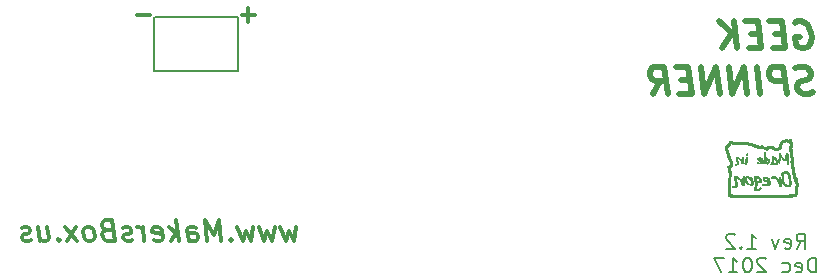
<source format=gbo>
G04 #@! TF.FileFunction,Legend,Bot*
%FSLAX46Y46*%
G04 Gerber Fmt 4.6, Leading zero omitted, Abs format (unit mm)*
G04 Created by KiCad (PCBNEW 4.0.7) date 02/28/18 07:49:30*
%MOMM*%
%LPD*%
G01*
G04 APERTURE LIST*
%ADD10C,0.100000*%
%ADD11C,0.300000*%
%ADD12C,0.500000*%
%ADD13C,0.150000*%
%ADD14C,0.200000*%
%ADD15C,0.002540*%
G04 APERTURE END LIST*
D10*
D11*
X177101428Y-71862143D02*
X175958571Y-71862143D01*
X185991428Y-71862143D02*
X184848571Y-71862143D01*
X185420000Y-72433571D02*
X185420000Y-71290714D01*
D12*
X231684464Y-72502500D02*
X231885357Y-72395357D01*
X232206786Y-72395357D01*
X232541607Y-72502500D01*
X232782679Y-72716786D01*
X232916607Y-72931071D01*
X233077322Y-73359643D01*
X233117500Y-73681071D01*
X233063929Y-74109643D01*
X232983572Y-74323929D01*
X232796071Y-74538214D01*
X232488036Y-74645357D01*
X232273750Y-74645357D01*
X231938928Y-74538214D01*
X231818392Y-74431071D01*
X231724642Y-73681071D01*
X232153214Y-73681071D01*
X230733572Y-73466786D02*
X229983572Y-73466786D01*
X229809464Y-74645357D02*
X230880893Y-74645357D01*
X230599643Y-72395357D01*
X229528214Y-72395357D01*
X228697858Y-73466786D02*
X227947858Y-73466786D01*
X227773750Y-74645357D02*
X228845179Y-74645357D01*
X228563929Y-72395357D01*
X227492500Y-72395357D01*
X226809465Y-74645357D02*
X226528215Y-72395357D01*
X225523750Y-74645357D02*
X226327322Y-73359643D01*
X225242500Y-72395357D02*
X226688929Y-73681071D01*
X233224643Y-78413214D02*
X232916607Y-78520357D01*
X232380893Y-78520357D01*
X232153214Y-78413214D01*
X232032678Y-78306071D01*
X231898750Y-78091786D01*
X231871964Y-77877500D01*
X231952321Y-77663214D01*
X232046071Y-77556071D01*
X232246965Y-77448929D01*
X232662143Y-77341786D01*
X232863036Y-77234643D01*
X232956786Y-77127500D01*
X233037143Y-76913214D01*
X233010358Y-76698929D01*
X232876429Y-76484643D01*
X232755893Y-76377500D01*
X232528214Y-76270357D01*
X231992500Y-76270357D01*
X231684464Y-76377500D01*
X230988036Y-78520357D02*
X230706786Y-76270357D01*
X229849643Y-76270357D01*
X229648750Y-76377500D01*
X229555000Y-76484643D01*
X229474643Y-76698929D01*
X229514821Y-77020357D01*
X229648750Y-77234643D01*
X229769286Y-77341786D01*
X229996965Y-77448929D01*
X230854108Y-77448929D01*
X228738036Y-78520357D02*
X228456786Y-76270357D01*
X227666607Y-78520357D02*
X227385357Y-76270357D01*
X226380892Y-78520357D01*
X226099642Y-76270357D01*
X225309464Y-78520357D02*
X225028214Y-76270357D01*
X224023749Y-78520357D01*
X223742499Y-76270357D01*
X222805000Y-77341786D02*
X222055000Y-77341786D01*
X221880892Y-78520357D02*
X222952321Y-78520357D01*
X222671071Y-76270357D01*
X221599642Y-76270357D01*
X219630892Y-78520357D02*
X220246964Y-77448929D01*
X220916607Y-78520357D02*
X220635357Y-76270357D01*
X219778214Y-76270357D01*
X219577321Y-76377500D01*
X219483571Y-76484643D01*
X219403214Y-76698929D01*
X219443392Y-77020357D01*
X219577321Y-77234643D01*
X219697857Y-77341786D01*
X219925536Y-77448929D01*
X220782679Y-77448929D01*
D13*
X231824285Y-91627976D02*
X232240952Y-91032738D01*
X232538571Y-91627976D02*
X232538571Y-90377976D01*
X232062380Y-90377976D01*
X231943333Y-90437500D01*
X231883809Y-90497024D01*
X231824285Y-90616071D01*
X231824285Y-90794643D01*
X231883809Y-90913690D01*
X231943333Y-90973214D01*
X232062380Y-91032738D01*
X232538571Y-91032738D01*
X230812380Y-91568452D02*
X230931428Y-91627976D01*
X231169523Y-91627976D01*
X231288571Y-91568452D01*
X231348095Y-91449405D01*
X231348095Y-90973214D01*
X231288571Y-90854167D01*
X231169523Y-90794643D01*
X230931428Y-90794643D01*
X230812380Y-90854167D01*
X230752857Y-90973214D01*
X230752857Y-91092262D01*
X231348095Y-91211310D01*
X230336190Y-90794643D02*
X230038571Y-91627976D01*
X229740951Y-90794643D01*
X227657618Y-91627976D02*
X228371904Y-91627976D01*
X228014761Y-91627976D02*
X228014761Y-90377976D01*
X228133809Y-90556548D01*
X228252856Y-90675595D01*
X228371904Y-90735119D01*
X227121904Y-91508929D02*
X227062380Y-91568452D01*
X227121904Y-91627976D01*
X227181428Y-91568452D01*
X227121904Y-91508929D01*
X227121904Y-91627976D01*
X226586190Y-90497024D02*
X226526666Y-90437500D01*
X226407618Y-90377976D01*
X226109999Y-90377976D01*
X225990952Y-90437500D01*
X225931428Y-90497024D01*
X225871904Y-90616071D01*
X225871904Y-90735119D01*
X225931428Y-90913690D01*
X226645714Y-91627976D01*
X225871904Y-91627976D01*
X233490952Y-93652976D02*
X233490952Y-92402976D01*
X233193333Y-92402976D01*
X233014761Y-92462500D01*
X232895714Y-92581548D01*
X232836190Y-92700595D01*
X232776666Y-92938690D01*
X232776666Y-93117262D01*
X232836190Y-93355357D01*
X232895714Y-93474405D01*
X233014761Y-93593452D01*
X233193333Y-93652976D01*
X233490952Y-93652976D01*
X231764761Y-93593452D02*
X231883809Y-93652976D01*
X232121904Y-93652976D01*
X232240952Y-93593452D01*
X232300476Y-93474405D01*
X232300476Y-92998214D01*
X232240952Y-92879167D01*
X232121904Y-92819643D01*
X231883809Y-92819643D01*
X231764761Y-92879167D01*
X231705238Y-92998214D01*
X231705238Y-93117262D01*
X232300476Y-93236310D01*
X230633809Y-93593452D02*
X230752856Y-93652976D01*
X230990952Y-93652976D01*
X231109999Y-93593452D01*
X231169523Y-93533929D01*
X231229047Y-93414881D01*
X231229047Y-93057738D01*
X231169523Y-92938690D01*
X231109999Y-92879167D01*
X230990952Y-92819643D01*
X230752856Y-92819643D01*
X230633809Y-92879167D01*
X229205237Y-92522024D02*
X229145713Y-92462500D01*
X229026665Y-92402976D01*
X228729046Y-92402976D01*
X228609999Y-92462500D01*
X228550475Y-92522024D01*
X228490951Y-92641071D01*
X228490951Y-92760119D01*
X228550475Y-92938690D01*
X229264761Y-93652976D01*
X228490951Y-93652976D01*
X227717142Y-92402976D02*
X227598094Y-92402976D01*
X227479046Y-92462500D01*
X227419523Y-92522024D01*
X227359999Y-92641071D01*
X227300475Y-92879167D01*
X227300475Y-93176786D01*
X227359999Y-93414881D01*
X227419523Y-93533929D01*
X227479046Y-93593452D01*
X227598094Y-93652976D01*
X227717142Y-93652976D01*
X227836189Y-93593452D01*
X227895713Y-93533929D01*
X227955237Y-93414881D01*
X228014761Y-93176786D01*
X228014761Y-92879167D01*
X227955237Y-92641071D01*
X227895713Y-92522024D01*
X227836189Y-92462500D01*
X227717142Y-92402976D01*
X226109999Y-93652976D02*
X226824285Y-93652976D01*
X226467142Y-93652976D02*
X226467142Y-92402976D01*
X226586190Y-92581548D01*
X226705237Y-92700595D01*
X226824285Y-92760119D01*
X225693333Y-92402976D02*
X224859999Y-92402976D01*
X225395714Y-93652976D01*
D11*
X189461457Y-89795000D02*
X189273957Y-90961667D01*
X188836457Y-90128333D01*
X188607290Y-90961667D01*
X188128124Y-89795000D01*
X187628124Y-89795000D02*
X187440624Y-90961667D01*
X187003124Y-90128333D01*
X186773957Y-90961667D01*
X186294791Y-89795000D01*
X185794791Y-89795000D02*
X185607291Y-90961667D01*
X185169791Y-90128333D01*
X184940624Y-90961667D01*
X184461458Y-89795000D01*
X183919791Y-90795000D02*
X183846875Y-90878333D01*
X183940624Y-90961667D01*
X184013542Y-90878333D01*
X183919791Y-90795000D01*
X183940624Y-90961667D01*
X183107291Y-90961667D02*
X182888541Y-89211667D01*
X182461458Y-90461667D01*
X181721875Y-89211667D01*
X181940625Y-90961667D01*
X180357291Y-90961667D02*
X180242708Y-90045000D01*
X180305209Y-89878333D01*
X180461458Y-89795000D01*
X180794792Y-89795000D01*
X180971875Y-89878333D01*
X180346875Y-90878333D02*
X180523958Y-90961667D01*
X180940625Y-90961667D01*
X181096875Y-90878333D01*
X181159375Y-90711667D01*
X181138542Y-90545000D01*
X181034375Y-90378333D01*
X180857292Y-90295000D01*
X180440625Y-90295000D01*
X180263541Y-90211667D01*
X179523958Y-90961667D02*
X179305208Y-89211667D01*
X179273959Y-90295000D02*
X178857292Y-90961667D01*
X178711459Y-89795000D02*
X179461458Y-90461667D01*
X177430209Y-90878333D02*
X177607291Y-90961667D01*
X177940625Y-90961667D01*
X178096875Y-90878333D01*
X178159375Y-90711667D01*
X178076042Y-90045000D01*
X177971875Y-89878333D01*
X177794792Y-89795000D01*
X177461458Y-89795000D01*
X177305209Y-89878333D01*
X177242708Y-90045000D01*
X177263541Y-90211667D01*
X178117709Y-90378333D01*
X176607291Y-90961667D02*
X176461458Y-89795000D01*
X176503125Y-90128333D02*
X176398958Y-89961667D01*
X176305209Y-89878333D01*
X176128125Y-89795000D01*
X175961458Y-89795000D01*
X175596876Y-90878333D02*
X175440625Y-90961667D01*
X175107292Y-90961667D01*
X174930209Y-90878333D01*
X174826042Y-90711667D01*
X174815626Y-90628333D01*
X174878125Y-90461667D01*
X175034376Y-90378333D01*
X175284376Y-90378333D01*
X175440625Y-90295000D01*
X175503126Y-90128333D01*
X175492709Y-90045000D01*
X175388542Y-89878333D01*
X175211459Y-89795000D01*
X174961459Y-89795000D01*
X174805209Y-89878333D01*
X173409375Y-90045000D02*
X173169792Y-90128333D01*
X173096875Y-90211667D01*
X173034375Y-90378333D01*
X173065625Y-90628333D01*
X173169792Y-90795000D01*
X173263542Y-90878333D01*
X173440625Y-90961667D01*
X174107291Y-90961667D01*
X173888541Y-89211667D01*
X173305208Y-89211667D01*
X173148958Y-89295000D01*
X173076042Y-89378333D01*
X173013542Y-89545000D01*
X173034375Y-89711667D01*
X173138542Y-89878333D01*
X173232291Y-89961667D01*
X173409375Y-90045000D01*
X173992708Y-90045000D01*
X172107291Y-90961667D02*
X172263542Y-90878333D01*
X172336458Y-90795000D01*
X172398959Y-90628333D01*
X172336459Y-90128333D01*
X172232291Y-89961667D01*
X172138542Y-89878333D01*
X171961458Y-89795000D01*
X171711458Y-89795000D01*
X171555209Y-89878333D01*
X171482291Y-89961667D01*
X171419792Y-90128333D01*
X171482292Y-90628333D01*
X171586458Y-90795000D01*
X171680209Y-90878333D01*
X171857291Y-90961667D01*
X172107291Y-90961667D01*
X170940625Y-90961667D02*
X169878125Y-89795000D01*
X170794792Y-89795000D02*
X170023958Y-90961667D01*
X169336458Y-90795000D02*
X169263542Y-90878333D01*
X169357291Y-90961667D01*
X169430209Y-90878333D01*
X169336458Y-90795000D01*
X169357291Y-90961667D01*
X167628125Y-89795000D02*
X167773958Y-90961667D01*
X168378125Y-89795000D02*
X168492708Y-90711667D01*
X168430209Y-90878333D01*
X168273958Y-90961667D01*
X168023958Y-90961667D01*
X167846876Y-90878333D01*
X167753125Y-90795000D01*
X167013543Y-90878333D02*
X166857292Y-90961667D01*
X166523959Y-90961667D01*
X166346876Y-90878333D01*
X166242709Y-90711667D01*
X166232293Y-90628333D01*
X166294792Y-90461667D01*
X166451043Y-90378333D01*
X166701043Y-90378333D01*
X166857292Y-90295000D01*
X166919793Y-90128333D01*
X166909376Y-90045000D01*
X166805209Y-89878333D01*
X166628126Y-89795000D01*
X166378126Y-89795000D01*
X166221876Y-89878333D01*
D14*
X177546000Y-72009000D02*
X184531000Y-72009000D01*
X184531000Y-72009000D02*
X184531000Y-76581000D01*
X184531000Y-76581000D02*
X177419000Y-76581000D01*
X177419000Y-76581000D02*
X177419000Y-72009000D01*
D15*
G36*
X225757740Y-83075780D02*
X225757740Y-83113880D01*
X225760280Y-83139280D01*
X225762820Y-83162140D01*
X225767900Y-83179920D01*
X225778060Y-83200240D01*
X225780600Y-83207860D01*
X225793300Y-83235800D01*
X225803460Y-83261200D01*
X225813620Y-83291680D01*
X225823780Y-83327240D01*
X225833940Y-83372960D01*
X225846640Y-83426300D01*
X225851720Y-83444080D01*
X225866960Y-83517740D01*
X225884740Y-83578700D01*
X225899980Y-83632040D01*
X225920300Y-83677760D01*
X225940620Y-83718400D01*
X225940620Y-83088480D01*
X225940620Y-83073240D01*
X225943160Y-83060540D01*
X225950780Y-83047840D01*
X225963480Y-83032600D01*
X225986340Y-83014820D01*
X225996500Y-83004660D01*
X226024440Y-82981800D01*
X226049840Y-82956400D01*
X226067620Y-82933540D01*
X226075240Y-82925920D01*
X226087940Y-82908140D01*
X226108260Y-82882740D01*
X226133660Y-82852260D01*
X226159060Y-82821780D01*
X226161600Y-82819240D01*
X226184460Y-82791300D01*
X226204780Y-82765900D01*
X226217480Y-82748120D01*
X226225100Y-82737960D01*
X226225100Y-82735420D01*
X226230180Y-82730340D01*
X226247960Y-82730340D01*
X226273360Y-82730340D01*
X226303840Y-82735420D01*
X226334320Y-82740500D01*
X226344480Y-82743040D01*
X226357180Y-82745580D01*
X226369880Y-82750660D01*
X226385120Y-82750660D01*
X226402900Y-82753200D01*
X226428300Y-82755740D01*
X226461320Y-82758280D01*
X226499420Y-82758280D01*
X226547680Y-82760820D01*
X226606100Y-82760820D01*
X226677220Y-82763360D01*
X226761040Y-82765900D01*
X226814380Y-82765900D01*
X226900740Y-82768440D01*
X226987100Y-82768440D01*
X227073460Y-82770980D01*
X227157280Y-82770980D01*
X227236020Y-82773520D01*
X227307140Y-82773520D01*
X227370640Y-82773520D01*
X227418900Y-82773520D01*
X227431600Y-82773520D01*
X227624640Y-82773520D01*
X227685600Y-82834480D01*
X227746560Y-82892900D01*
X227787200Y-82892900D01*
X227815140Y-82892900D01*
X227850700Y-82890360D01*
X227878640Y-82885280D01*
X227911660Y-82882740D01*
X227942140Y-82885280D01*
X227975160Y-82890360D01*
X228015800Y-82900520D01*
X228061520Y-82918300D01*
X228117400Y-82941160D01*
X228132640Y-82946240D01*
X228175820Y-82966560D01*
X228208840Y-82979260D01*
X228236780Y-82986880D01*
X228262180Y-82991960D01*
X228290120Y-82997040D01*
X228307900Y-82999580D01*
X228353620Y-83004660D01*
X228389180Y-83009740D01*
X228417120Y-83017360D01*
X228437440Y-83027520D01*
X228457760Y-83040220D01*
X228478080Y-83060540D01*
X228480620Y-83063080D01*
X228503480Y-83083400D01*
X228528880Y-83101180D01*
X228546660Y-83113880D01*
X228546660Y-83113880D01*
X228566980Y-83118960D01*
X228597460Y-83124040D01*
X228633020Y-83131660D01*
X228671120Y-83134200D01*
X228704140Y-83139280D01*
X228729540Y-83139280D01*
X228744780Y-83136740D01*
X228757480Y-83129120D01*
X228780340Y-83116420D01*
X228800660Y-83098640D01*
X228823520Y-83078320D01*
X228838760Y-83070700D01*
X228848920Y-83068160D01*
X228854000Y-83070700D01*
X228864160Y-83078320D01*
X228884480Y-83091020D01*
X228912420Y-83108800D01*
X228942900Y-83129120D01*
X228950520Y-83134200D01*
X229036880Y-83187540D01*
X229113080Y-83190080D01*
X229148640Y-83192620D01*
X229171500Y-83195160D01*
X229184200Y-83197700D01*
X229194360Y-83202780D01*
X229199440Y-83210400D01*
X229201980Y-83215480D01*
X229222300Y-83238340D01*
X229250240Y-83253580D01*
X229280720Y-83261200D01*
X229285800Y-83261200D01*
X229313740Y-83253580D01*
X229341680Y-83235800D01*
X229369620Y-83205320D01*
X229379780Y-83192620D01*
X229392480Y-83179920D01*
X229400100Y-83169760D01*
X229410260Y-83162140D01*
X229422960Y-83154520D01*
X229443280Y-83151980D01*
X229468680Y-83146900D01*
X229506780Y-83141820D01*
X229555040Y-83139280D01*
X229570280Y-83136740D01*
X229679500Y-83126580D01*
X229709980Y-83154520D01*
X229745540Y-83187540D01*
X229781100Y-83212940D01*
X229811580Y-83233260D01*
X229821740Y-83238340D01*
X229844600Y-83243420D01*
X229877620Y-83248500D01*
X229920800Y-83253580D01*
X229966520Y-83258660D01*
X230017320Y-83263740D01*
X230065580Y-83266280D01*
X230111300Y-83266280D01*
X230113840Y-83266280D01*
X230162100Y-83266280D01*
X230205280Y-83261200D01*
X230248460Y-83256120D01*
X230296720Y-83245960D01*
X230342440Y-83235800D01*
X230375460Y-83225640D01*
X230400860Y-83212940D01*
X230423720Y-83200240D01*
X230446580Y-83179920D01*
X230471980Y-83154520D01*
X230489760Y-83134200D01*
X230505000Y-83113880D01*
X230512620Y-83091020D01*
X230520240Y-83063080D01*
X230527860Y-83027520D01*
X230530400Y-82984340D01*
X230535480Y-82933540D01*
X230543100Y-82854800D01*
X230555800Y-82786220D01*
X230576120Y-82730340D01*
X230601520Y-82684620D01*
X230604060Y-82679540D01*
X230629460Y-82654140D01*
X230667560Y-82626200D01*
X230680260Y-82618580D01*
X230708200Y-82605880D01*
X230731060Y-82595720D01*
X230748840Y-82593180D01*
X230771700Y-82593180D01*
X230774240Y-82593180D01*
X230812340Y-82593180D01*
X230855520Y-82585560D01*
X230886000Y-82577940D01*
X230924100Y-82565240D01*
X230952040Y-82560160D01*
X230969820Y-82557620D01*
X230985060Y-82562700D01*
X231000300Y-82567780D01*
X231007920Y-82572860D01*
X231038400Y-82588100D01*
X231081580Y-82593180D01*
X231129840Y-82588100D01*
X231145080Y-82583020D01*
X231167940Y-82577940D01*
X231188260Y-82572860D01*
X231195880Y-82572860D01*
X231195880Y-82577940D01*
X231198420Y-82598260D01*
X231198420Y-82621120D01*
X231198420Y-82623660D01*
X231198420Y-82651600D01*
X231200960Y-82671920D01*
X231206040Y-82689700D01*
X231218740Y-82707480D01*
X231241600Y-82740500D01*
X231233980Y-82859880D01*
X231231440Y-82905600D01*
X231226360Y-82938620D01*
X231223820Y-82964020D01*
X231218740Y-82981800D01*
X231213660Y-82997040D01*
X231206040Y-83012280D01*
X231200960Y-83019900D01*
X231185720Y-83050380D01*
X231178100Y-83078320D01*
X231178100Y-83098640D01*
X231175560Y-83126580D01*
X231173020Y-83149440D01*
X231170480Y-83157060D01*
X231167940Y-83174840D01*
X231162860Y-83200240D01*
X231162860Y-83233260D01*
X231162860Y-83245960D01*
X231162860Y-83278980D01*
X231162860Y-83299300D01*
X231167940Y-83314540D01*
X231175560Y-83324700D01*
X231185720Y-83337400D01*
X231188260Y-83339940D01*
X231208580Y-83355180D01*
X231228900Y-83362800D01*
X231231440Y-83365340D01*
X231241600Y-83365340D01*
X231246680Y-83370420D01*
X231251760Y-83385660D01*
X231254300Y-83411060D01*
X231256840Y-83444080D01*
X231259380Y-83482180D01*
X231259380Y-83505040D01*
X231261920Y-83548220D01*
X231267000Y-83604100D01*
X231274620Y-83675220D01*
X231287320Y-83761580D01*
X231305100Y-83860640D01*
X231305100Y-83868260D01*
X231312720Y-83911440D01*
X231317800Y-83952080D01*
X231322880Y-83982560D01*
X231325420Y-84005420D01*
X231327960Y-84013040D01*
X231327960Y-84025740D01*
X231325420Y-84048600D01*
X231325420Y-84079080D01*
X231322880Y-84109560D01*
X231322880Y-84142580D01*
X231320340Y-84173060D01*
X231317800Y-84193380D01*
X231315260Y-84201000D01*
X231305100Y-84226400D01*
X231302560Y-84256880D01*
X231305100Y-84287360D01*
X231315260Y-84312760D01*
X231330500Y-84325460D01*
X231338120Y-84338160D01*
X231345740Y-84363560D01*
X231355900Y-84404200D01*
X231363520Y-84460080D01*
X231373680Y-84528660D01*
X231381300Y-84607400D01*
X231386380Y-84668360D01*
X231391460Y-84721700D01*
X231396540Y-84772500D01*
X231401620Y-84815680D01*
X231406700Y-84851240D01*
X231409240Y-84876640D01*
X231411780Y-84889340D01*
X231421940Y-84909660D01*
X231432100Y-84937600D01*
X231442260Y-84963000D01*
X231449880Y-84983320D01*
X231457500Y-84998560D01*
X231460040Y-85016340D01*
X231462580Y-85036660D01*
X231462580Y-85062060D01*
X231460040Y-85095080D01*
X231457500Y-85140800D01*
X231457500Y-85161120D01*
X231454960Y-85206840D01*
X231454960Y-85242400D01*
X231460040Y-85270340D01*
X231467660Y-85295740D01*
X231480360Y-85323680D01*
X231500680Y-85356700D01*
X231518460Y-85394800D01*
X231528620Y-85422740D01*
X231533700Y-85450680D01*
X231528620Y-85478620D01*
X231518460Y-85516720D01*
X231513380Y-85526880D01*
X231500680Y-85564980D01*
X231493060Y-85595460D01*
X231493060Y-85615780D01*
X231495600Y-85633560D01*
X231503220Y-85648800D01*
X231503220Y-85651340D01*
X231518460Y-85666580D01*
X231543860Y-85684360D01*
X231574340Y-85702140D01*
X231607360Y-85714840D01*
X231627680Y-85722460D01*
X231648000Y-85727540D01*
X231648000Y-85816440D01*
X231648000Y-85907880D01*
X231678480Y-85971380D01*
X231711500Y-86039960D01*
X231736900Y-86098380D01*
X231757220Y-86146640D01*
X231769920Y-86182200D01*
X231775000Y-86202520D01*
X231777540Y-86220300D01*
X231777540Y-86235540D01*
X231769920Y-86250780D01*
X231754680Y-86271100D01*
X231754680Y-86273640D01*
X231726740Y-86314280D01*
X231703880Y-86352380D01*
X231686100Y-86398100D01*
X231678480Y-86426040D01*
X231663240Y-86479380D01*
X231686100Y-86578440D01*
X231701340Y-86644480D01*
X231708960Y-86697820D01*
X231714040Y-86743540D01*
X231714040Y-86784180D01*
X231706420Y-86822280D01*
X231696260Y-86860380D01*
X231696260Y-86860380D01*
X231681020Y-86903560D01*
X231668320Y-86941660D01*
X231653080Y-86974680D01*
X231642920Y-86997540D01*
X231632760Y-87007700D01*
X231632760Y-87010240D01*
X231622600Y-87012780D01*
X231602280Y-87020400D01*
X231594660Y-87025480D01*
X231571800Y-87033100D01*
X231536240Y-87040720D01*
X231487980Y-87045800D01*
X231427020Y-87048340D01*
X231350820Y-87050880D01*
X231261920Y-87053420D01*
X231160320Y-87053420D01*
X231150160Y-87053420D01*
X231094280Y-87055960D01*
X231028240Y-87055960D01*
X230954580Y-87058500D01*
X230875840Y-87058500D01*
X230797100Y-87061040D01*
X230723440Y-87066120D01*
X230703120Y-87066120D01*
X230466900Y-87073740D01*
X230240840Y-87083900D01*
X230017320Y-87088980D01*
X229793800Y-87094060D01*
X229572820Y-87099140D01*
X229349300Y-87101680D01*
X229123240Y-87104220D01*
X228889560Y-87104220D01*
X228650800Y-87104220D01*
X228399340Y-87104220D01*
X228137720Y-87101680D01*
X228005640Y-87099140D01*
X227820220Y-87096600D01*
X227650040Y-87094060D01*
X227492560Y-87091520D01*
X227347780Y-87088980D01*
X227213160Y-87086440D01*
X227088700Y-87083900D01*
X226971860Y-87081360D01*
X226865180Y-87078820D01*
X226766120Y-87073740D01*
X226674680Y-87071200D01*
X226585780Y-87068660D01*
X226501960Y-87063580D01*
X226456240Y-87061040D01*
X226392740Y-87058500D01*
X226334320Y-87053420D01*
X226280980Y-87050880D01*
X226235260Y-87048340D01*
X226202240Y-87045800D01*
X226179380Y-87045800D01*
X226166680Y-87045800D01*
X226166680Y-87045800D01*
X226166680Y-87038180D01*
X226169220Y-87015320D01*
X226169220Y-86982300D01*
X226171760Y-86934040D01*
X226174300Y-86875620D01*
X226176840Y-86807040D01*
X226181920Y-86728300D01*
X226184460Y-86641940D01*
X226189540Y-86545420D01*
X226194620Y-86443820D01*
X226197160Y-86337140D01*
X226202240Y-86222840D01*
X226209860Y-86106000D01*
X226209860Y-86090760D01*
X226214940Y-85951060D01*
X226220020Y-85824060D01*
X226225100Y-85709760D01*
X226230180Y-85608160D01*
X226235260Y-85519260D01*
X226237800Y-85440520D01*
X226240340Y-85374480D01*
X226242880Y-85313520D01*
X226242880Y-85265260D01*
X226242880Y-85222080D01*
X226242880Y-85189060D01*
X226242880Y-85158580D01*
X226242880Y-85135720D01*
X226240340Y-85117940D01*
X226237800Y-85102700D01*
X226235260Y-85092540D01*
X226232720Y-85082380D01*
X226227640Y-85074760D01*
X226222560Y-85069680D01*
X226217480Y-85062060D01*
X226212400Y-85054440D01*
X226199700Y-85039200D01*
X226192080Y-85023960D01*
X226189540Y-85008720D01*
X226192080Y-84983320D01*
X226192080Y-84973160D01*
X226192080Y-84937600D01*
X226189540Y-84904580D01*
X226179380Y-84863940D01*
X226179380Y-84861400D01*
X226166680Y-84818220D01*
X226159060Y-84787740D01*
X226156520Y-84764880D01*
X226156520Y-84752180D01*
X226159060Y-84742020D01*
X226166680Y-84736940D01*
X226166680Y-84734400D01*
X226184460Y-84729320D01*
X226207320Y-84721700D01*
X226217480Y-84721700D01*
X226245420Y-84714080D01*
X226268280Y-84703920D01*
X226288600Y-84688680D01*
X226306380Y-84665820D01*
X226329240Y-84630260D01*
X226347020Y-84594700D01*
X226390200Y-84505800D01*
X226382580Y-84427060D01*
X226377500Y-84396580D01*
X226372420Y-84368640D01*
X226364800Y-84343240D01*
X226357180Y-84315300D01*
X226344480Y-84279740D01*
X226324160Y-84236560D01*
X226319080Y-84223860D01*
X226298760Y-84173060D01*
X226275900Y-84122260D01*
X226253040Y-84068920D01*
X226232720Y-84023200D01*
X226222560Y-84005420D01*
X226207320Y-83967320D01*
X226194620Y-83939380D01*
X226187000Y-83919060D01*
X226184460Y-83906360D01*
X226187000Y-83896200D01*
X226187000Y-83886040D01*
X226194620Y-83860640D01*
X226194620Y-83830160D01*
X226184460Y-83797140D01*
X226166680Y-83756500D01*
X226141280Y-83708240D01*
X226138740Y-83705700D01*
X226115880Y-83665060D01*
X226095560Y-83629500D01*
X226080320Y-83599020D01*
X226070160Y-83568540D01*
X226057460Y-83535520D01*
X226047300Y-83494880D01*
X226037140Y-83449160D01*
X226026980Y-83403440D01*
X226011740Y-83339940D01*
X225999040Y-83289140D01*
X225988880Y-83248500D01*
X225978720Y-83215480D01*
X225968560Y-83187540D01*
X225960940Y-83164680D01*
X225953320Y-83154520D01*
X225945700Y-83126580D01*
X225940620Y-83096100D01*
X225940620Y-83088480D01*
X225940620Y-83718400D01*
X225943160Y-83720940D01*
X225948240Y-83736180D01*
X225966020Y-83764120D01*
X225976180Y-83786980D01*
X225981260Y-83799680D01*
X225981260Y-83809840D01*
X225976180Y-83820000D01*
X225973640Y-83837780D01*
X225971100Y-83855560D01*
X225976180Y-83878420D01*
X225983800Y-83906360D01*
X225999040Y-83941920D01*
X226019360Y-83990180D01*
X226034600Y-84020660D01*
X226070160Y-84101940D01*
X226105720Y-84178140D01*
X226133660Y-84246720D01*
X226159060Y-84307680D01*
X226179380Y-84358480D01*
X226192080Y-84399120D01*
X226199700Y-84427060D01*
X226199700Y-84429600D01*
X226204780Y-84457540D01*
X226202240Y-84475320D01*
X226197160Y-84495640D01*
X226189540Y-84508340D01*
X226179380Y-84528660D01*
X226166680Y-84541360D01*
X226151440Y-84548980D01*
X226128580Y-84554060D01*
X226115880Y-84556600D01*
X226100640Y-84559140D01*
X226082860Y-84569300D01*
X226065080Y-84584540D01*
X226037140Y-84609940D01*
X226029520Y-84620100D01*
X226004120Y-84645500D01*
X225986340Y-84663280D01*
X225976180Y-84675980D01*
X225971100Y-84688680D01*
X225971100Y-84703920D01*
X225971100Y-84714080D01*
X225973640Y-84767420D01*
X225986340Y-84828380D01*
X226001580Y-84891880D01*
X226009200Y-84919820D01*
X226011740Y-84942680D01*
X226011740Y-84965540D01*
X226009200Y-84996020D01*
X226006660Y-85001100D01*
X226004120Y-85034120D01*
X226004120Y-85062060D01*
X226011740Y-85084920D01*
X226029520Y-85112860D01*
X226047300Y-85135720D01*
X226070160Y-85163660D01*
X226026980Y-86144100D01*
X226021900Y-86263480D01*
X226016820Y-86380320D01*
X226011740Y-86492080D01*
X226006660Y-86598760D01*
X226004120Y-86697820D01*
X225999040Y-86789260D01*
X225996500Y-86873080D01*
X225993960Y-86946740D01*
X225991420Y-87010240D01*
X225988880Y-87063580D01*
X225988880Y-87104220D01*
X225988880Y-87132160D01*
X225988880Y-87147400D01*
X225988880Y-87147400D01*
X225999040Y-87172800D01*
X226019360Y-87195660D01*
X226042220Y-87210900D01*
X226047300Y-87213440D01*
X226060000Y-87215980D01*
X226087940Y-87218520D01*
X226126040Y-87221060D01*
X226174300Y-87226140D01*
X226232720Y-87228680D01*
X226296220Y-87233760D01*
X226369880Y-87236300D01*
X226446080Y-87241380D01*
X226527360Y-87243920D01*
X226608640Y-87249000D01*
X226692460Y-87251540D01*
X226773740Y-87254080D01*
X226855020Y-87256620D01*
X226931220Y-87259160D01*
X227002340Y-87261700D01*
X227045520Y-87264240D01*
X227106480Y-87264240D01*
X227180140Y-87266780D01*
X227263960Y-87266780D01*
X227355400Y-87269320D01*
X227457000Y-87271860D01*
X227563680Y-87271860D01*
X227672900Y-87274400D01*
X227787200Y-87274400D01*
X227898960Y-87276940D01*
X228008180Y-87279480D01*
X228051360Y-87279480D01*
X228152960Y-87279480D01*
X228254560Y-87282020D01*
X228353620Y-87282020D01*
X228450140Y-87284560D01*
X228539040Y-87284560D01*
X228622860Y-87284560D01*
X228696520Y-87287100D01*
X228760020Y-87287100D01*
X228813360Y-87287100D01*
X228854000Y-87287100D01*
X228876860Y-87287100D01*
X228912420Y-87287100D01*
X228963220Y-87287100D01*
X229024180Y-87287100D01*
X229095300Y-87287100D01*
X229171500Y-87287100D01*
X229252780Y-87284560D01*
X229336600Y-87284560D01*
X229420420Y-87282020D01*
X229455980Y-87282020D01*
X229610920Y-87279480D01*
X229760780Y-87274400D01*
X229908100Y-87271860D01*
X230047800Y-87266780D01*
X230179880Y-87264240D01*
X230304340Y-87259160D01*
X230418640Y-87256620D01*
X230520240Y-87254080D01*
X230606600Y-87249000D01*
X230624380Y-87249000D01*
X230680260Y-87246460D01*
X230746300Y-87243920D01*
X230817420Y-87243920D01*
X230888540Y-87241380D01*
X230957120Y-87241380D01*
X230982520Y-87241380D01*
X231048560Y-87241380D01*
X231122220Y-87238840D01*
X231203500Y-87238840D01*
X231282240Y-87233760D01*
X231358440Y-87231220D01*
X231396540Y-87231220D01*
X231612440Y-87218520D01*
X231683560Y-87185500D01*
X231716580Y-87167720D01*
X231741980Y-87155020D01*
X231759760Y-87142320D01*
X231764840Y-87137240D01*
X231780080Y-87116920D01*
X231795320Y-87086440D01*
X231815640Y-87045800D01*
X231833420Y-87002620D01*
X231851200Y-86959440D01*
X231866440Y-86921340D01*
X231879140Y-86880700D01*
X231886760Y-86847680D01*
X231891840Y-86822280D01*
X231894380Y-86791800D01*
X231894380Y-86771480D01*
X231889300Y-86697820D01*
X231876600Y-86614000D01*
X231861360Y-86540340D01*
X231853740Y-86504780D01*
X231853740Y-86476840D01*
X231861360Y-86446360D01*
X231876600Y-86413340D01*
X231899460Y-86375240D01*
X231914700Y-86357460D01*
X231937560Y-86321900D01*
X231952800Y-86296500D01*
X231960420Y-86271100D01*
X231962960Y-86245700D01*
X231960420Y-86212680D01*
X231952800Y-86174580D01*
X231945180Y-86144100D01*
X231932480Y-86103460D01*
X231914700Y-86057740D01*
X231894380Y-86004400D01*
X231868980Y-85953600D01*
X231848660Y-85910420D01*
X231841040Y-85892640D01*
X231833420Y-85877400D01*
X231830880Y-85859620D01*
X231828340Y-85839300D01*
X231828340Y-85808820D01*
X231828340Y-85768180D01*
X231828340Y-85763100D01*
X231825800Y-85714840D01*
X231823260Y-85674200D01*
X231818180Y-85646260D01*
X231805480Y-85623400D01*
X231787700Y-85603080D01*
X231759760Y-85585300D01*
X231721660Y-85564980D01*
X231701340Y-85554820D01*
X231701340Y-85547200D01*
X231703880Y-85529420D01*
X231708960Y-85504020D01*
X231711500Y-85496400D01*
X231716580Y-85450680D01*
X231716580Y-85420200D01*
X231716580Y-85412580D01*
X231703880Y-85369400D01*
X231683560Y-85323680D01*
X231660700Y-85277960D01*
X231653080Y-85265260D01*
X231645460Y-85252560D01*
X231640380Y-85239860D01*
X231635300Y-85224620D01*
X231635300Y-85206840D01*
X231635300Y-85183980D01*
X231635300Y-85153500D01*
X231640380Y-85110320D01*
X231645460Y-85056980D01*
X231645460Y-85054440D01*
X231645460Y-85029040D01*
X231645460Y-85003640D01*
X231637840Y-84975700D01*
X231630220Y-84947760D01*
X231617520Y-84914740D01*
X231607360Y-84884260D01*
X231597200Y-84861400D01*
X231594660Y-84856320D01*
X231589580Y-84843620D01*
X231584500Y-84823300D01*
X231581960Y-84795360D01*
X231576880Y-84757260D01*
X231571800Y-84706460D01*
X231566720Y-84645500D01*
X231559100Y-84576920D01*
X231551480Y-84510880D01*
X231543860Y-84447380D01*
X231533700Y-84386420D01*
X231526080Y-84333080D01*
X231518460Y-84289900D01*
X231508300Y-84259420D01*
X231505760Y-84249260D01*
X231505760Y-84231480D01*
X231508300Y-84213700D01*
X231510840Y-84188300D01*
X231505760Y-84152740D01*
X231505760Y-84152740D01*
X231500680Y-84119720D01*
X231503220Y-84084160D01*
X231505760Y-84066380D01*
X231508300Y-84043520D01*
X231510840Y-84023200D01*
X231508300Y-84000340D01*
X231505760Y-83972400D01*
X231498140Y-83931760D01*
X231495600Y-83916520D01*
X231477820Y-83822540D01*
X231465120Y-83736180D01*
X231454960Y-83654900D01*
X231447340Y-83573620D01*
X231439720Y-83484720D01*
X231434640Y-83408520D01*
X231432100Y-83342480D01*
X231427020Y-83291680D01*
X231424480Y-83251040D01*
X231419400Y-83220560D01*
X231416860Y-83197700D01*
X231409240Y-83179920D01*
X231401620Y-83167220D01*
X231391460Y-83159600D01*
X231383840Y-83151980D01*
X231371140Y-83141820D01*
X231366060Y-83129120D01*
X231368600Y-83111340D01*
X231376220Y-83085940D01*
X231386380Y-83060540D01*
X231386380Y-83060540D01*
X231394000Y-83047840D01*
X231396540Y-83037680D01*
X231401620Y-83024980D01*
X231404160Y-83007200D01*
X231406700Y-82984340D01*
X231409240Y-82953860D01*
X231411780Y-82910680D01*
X231416860Y-82857340D01*
X231416860Y-82829400D01*
X231427020Y-82677000D01*
X231401620Y-82646520D01*
X231376220Y-82616040D01*
X231383840Y-82539840D01*
X231386380Y-82491580D01*
X231386380Y-82456020D01*
X231383840Y-82430620D01*
X231373680Y-82410300D01*
X231360980Y-82395060D01*
X231358440Y-82392520D01*
X231343200Y-82379820D01*
X231325420Y-82374740D01*
X231302560Y-82372200D01*
X231274620Y-82372200D01*
X231236520Y-82379820D01*
X231185720Y-82389980D01*
X231180640Y-82392520D01*
X231089200Y-82412840D01*
X231053640Y-82392520D01*
X231028240Y-82379820D01*
X231005380Y-82372200D01*
X230977440Y-82372200D01*
X230946960Y-82377280D01*
X230903780Y-82384900D01*
X230873300Y-82392520D01*
X230837740Y-82402680D01*
X230809800Y-82410300D01*
X230792020Y-82412840D01*
X230774240Y-82410300D01*
X230761540Y-82407760D01*
X230741220Y-82405220D01*
X230723440Y-82405220D01*
X230703120Y-82407760D01*
X230677720Y-82417920D01*
X230647240Y-82433160D01*
X230614220Y-82450940D01*
X230573580Y-82473800D01*
X230543100Y-82491580D01*
X230520240Y-82509360D01*
X230502460Y-82524600D01*
X230484680Y-82542380D01*
X230466900Y-82565240D01*
X230446580Y-82588100D01*
X230431340Y-82610960D01*
X230421180Y-82631280D01*
X230411020Y-82656680D01*
X230398320Y-82689700D01*
X230385620Y-82732880D01*
X230383080Y-82743040D01*
X230370380Y-82791300D01*
X230362760Y-82831940D01*
X230357680Y-82870040D01*
X230352600Y-82913220D01*
X230352600Y-82928460D01*
X230350060Y-82974180D01*
X230347520Y-83007200D01*
X230339900Y-83030060D01*
X230327200Y-83045300D01*
X230306880Y-83058000D01*
X230276400Y-83065620D01*
X230248460Y-83073240D01*
X230187500Y-83083400D01*
X230116380Y-83088480D01*
X230037640Y-83085940D01*
X229963980Y-83078320D01*
X229885240Y-83070700D01*
X229819200Y-83012280D01*
X229793800Y-82986880D01*
X229768400Y-82969100D01*
X229748080Y-82953860D01*
X229737920Y-82948780D01*
X229722680Y-82948780D01*
X229697280Y-82948780D01*
X229659180Y-82948780D01*
X229616000Y-82953860D01*
X229565200Y-82956400D01*
X229514400Y-82961480D01*
X229463600Y-82966560D01*
X229420420Y-82971640D01*
X229377240Y-82979260D01*
X229346760Y-82984340D01*
X229326440Y-82994500D01*
X229313740Y-82999580D01*
X229303580Y-83007200D01*
X229293420Y-83012280D01*
X229278180Y-83014820D01*
X229257860Y-83014820D01*
X229229920Y-83014820D01*
X229191820Y-83014820D01*
X229090220Y-83012280D01*
X228986080Y-82943700D01*
X228947980Y-82918300D01*
X228914960Y-82897980D01*
X228887020Y-82880200D01*
X228866700Y-82870040D01*
X228859080Y-82864960D01*
X228831140Y-82857340D01*
X228805740Y-82862420D01*
X228775260Y-82877660D01*
X228739700Y-82908140D01*
X228737160Y-82910680D01*
X228714300Y-82931000D01*
X228696520Y-82943700D01*
X228681280Y-82951320D01*
X228666040Y-82953860D01*
X228660960Y-82953860D01*
X228643180Y-82951320D01*
X228630480Y-82948780D01*
X228612700Y-82936080D01*
X228592380Y-82918300D01*
X228582220Y-82908140D01*
X228551740Y-82882740D01*
X228518720Y-82862420D01*
X228480620Y-82847180D01*
X228437440Y-82837020D01*
X228381560Y-82826860D01*
X228353620Y-82824320D01*
X228315520Y-82819240D01*
X228285040Y-82811620D01*
X228254560Y-82801460D01*
X228219000Y-82788760D01*
X228188520Y-82776060D01*
X228145340Y-82758280D01*
X228097080Y-82740500D01*
X228051360Y-82725260D01*
X228023420Y-82717640D01*
X227985320Y-82710020D01*
X227957380Y-82702400D01*
X227934520Y-82702400D01*
X227911660Y-82702400D01*
X227881180Y-82704940D01*
X227820220Y-82712560D01*
X227761800Y-82659220D01*
X227726240Y-82626200D01*
X227698300Y-82605880D01*
X227680520Y-82600800D01*
X227667820Y-82598260D01*
X227639880Y-82598260D01*
X227604320Y-82595720D01*
X227558600Y-82595720D01*
X227507800Y-82595720D01*
X227451920Y-82595720D01*
X227449380Y-82595720D01*
X227365560Y-82595720D01*
X227276660Y-82593180D01*
X227185220Y-82593180D01*
X227093780Y-82593180D01*
X227002340Y-82590640D01*
X226913440Y-82588100D01*
X226829620Y-82588100D01*
X226748340Y-82585560D01*
X226672140Y-82583020D01*
X226603560Y-82580480D01*
X226545140Y-82577940D01*
X226494340Y-82575400D01*
X226456240Y-82572860D01*
X226430840Y-82570320D01*
X226418140Y-82567780D01*
X226400360Y-82565240D01*
X226367340Y-82560160D01*
X226329240Y-82555080D01*
X226288600Y-82552540D01*
X226268280Y-82550000D01*
X226222560Y-82547460D01*
X226189540Y-82544920D01*
X226166680Y-82544920D01*
X226148900Y-82544920D01*
X226136200Y-82547460D01*
X226126040Y-82552540D01*
X226123500Y-82555080D01*
X226098100Y-82575400D01*
X226075240Y-82608420D01*
X226065080Y-82643980D01*
X226057460Y-82659220D01*
X226042220Y-82682080D01*
X226021900Y-82704940D01*
X226016820Y-82712560D01*
X225991420Y-82743040D01*
X225968560Y-82770980D01*
X225948240Y-82793840D01*
X225945700Y-82798920D01*
X225930460Y-82816700D01*
X225905060Y-82842100D01*
X225877120Y-82870040D01*
X225849180Y-82897980D01*
X225821240Y-82923380D01*
X225795840Y-82946240D01*
X225778060Y-82964020D01*
X225767900Y-82976720D01*
X225767900Y-82976720D01*
X225762820Y-82994500D01*
X225757740Y-83024980D01*
X225757740Y-83065620D01*
X225757740Y-83075780D01*
X225757740Y-83075780D01*
X225757740Y-83075780D01*
G37*
X225757740Y-83075780D02*
X225757740Y-83113880D01*
X225760280Y-83139280D01*
X225762820Y-83162140D01*
X225767900Y-83179920D01*
X225778060Y-83200240D01*
X225780600Y-83207860D01*
X225793300Y-83235800D01*
X225803460Y-83261200D01*
X225813620Y-83291680D01*
X225823780Y-83327240D01*
X225833940Y-83372960D01*
X225846640Y-83426300D01*
X225851720Y-83444080D01*
X225866960Y-83517740D01*
X225884740Y-83578700D01*
X225899980Y-83632040D01*
X225920300Y-83677760D01*
X225940620Y-83718400D01*
X225940620Y-83088480D01*
X225940620Y-83073240D01*
X225943160Y-83060540D01*
X225950780Y-83047840D01*
X225963480Y-83032600D01*
X225986340Y-83014820D01*
X225996500Y-83004660D01*
X226024440Y-82981800D01*
X226049840Y-82956400D01*
X226067620Y-82933540D01*
X226075240Y-82925920D01*
X226087940Y-82908140D01*
X226108260Y-82882740D01*
X226133660Y-82852260D01*
X226159060Y-82821780D01*
X226161600Y-82819240D01*
X226184460Y-82791300D01*
X226204780Y-82765900D01*
X226217480Y-82748120D01*
X226225100Y-82737960D01*
X226225100Y-82735420D01*
X226230180Y-82730340D01*
X226247960Y-82730340D01*
X226273360Y-82730340D01*
X226303840Y-82735420D01*
X226334320Y-82740500D01*
X226344480Y-82743040D01*
X226357180Y-82745580D01*
X226369880Y-82750660D01*
X226385120Y-82750660D01*
X226402900Y-82753200D01*
X226428300Y-82755740D01*
X226461320Y-82758280D01*
X226499420Y-82758280D01*
X226547680Y-82760820D01*
X226606100Y-82760820D01*
X226677220Y-82763360D01*
X226761040Y-82765900D01*
X226814380Y-82765900D01*
X226900740Y-82768440D01*
X226987100Y-82768440D01*
X227073460Y-82770980D01*
X227157280Y-82770980D01*
X227236020Y-82773520D01*
X227307140Y-82773520D01*
X227370640Y-82773520D01*
X227418900Y-82773520D01*
X227431600Y-82773520D01*
X227624640Y-82773520D01*
X227685600Y-82834480D01*
X227746560Y-82892900D01*
X227787200Y-82892900D01*
X227815140Y-82892900D01*
X227850700Y-82890360D01*
X227878640Y-82885280D01*
X227911660Y-82882740D01*
X227942140Y-82885280D01*
X227975160Y-82890360D01*
X228015800Y-82900520D01*
X228061520Y-82918300D01*
X228117400Y-82941160D01*
X228132640Y-82946240D01*
X228175820Y-82966560D01*
X228208840Y-82979260D01*
X228236780Y-82986880D01*
X228262180Y-82991960D01*
X228290120Y-82997040D01*
X228307900Y-82999580D01*
X228353620Y-83004660D01*
X228389180Y-83009740D01*
X228417120Y-83017360D01*
X228437440Y-83027520D01*
X228457760Y-83040220D01*
X228478080Y-83060540D01*
X228480620Y-83063080D01*
X228503480Y-83083400D01*
X228528880Y-83101180D01*
X228546660Y-83113880D01*
X228546660Y-83113880D01*
X228566980Y-83118960D01*
X228597460Y-83124040D01*
X228633020Y-83131660D01*
X228671120Y-83134200D01*
X228704140Y-83139280D01*
X228729540Y-83139280D01*
X228744780Y-83136740D01*
X228757480Y-83129120D01*
X228780340Y-83116420D01*
X228800660Y-83098640D01*
X228823520Y-83078320D01*
X228838760Y-83070700D01*
X228848920Y-83068160D01*
X228854000Y-83070700D01*
X228864160Y-83078320D01*
X228884480Y-83091020D01*
X228912420Y-83108800D01*
X228942900Y-83129120D01*
X228950520Y-83134200D01*
X229036880Y-83187540D01*
X229113080Y-83190080D01*
X229148640Y-83192620D01*
X229171500Y-83195160D01*
X229184200Y-83197700D01*
X229194360Y-83202780D01*
X229199440Y-83210400D01*
X229201980Y-83215480D01*
X229222300Y-83238340D01*
X229250240Y-83253580D01*
X229280720Y-83261200D01*
X229285800Y-83261200D01*
X229313740Y-83253580D01*
X229341680Y-83235800D01*
X229369620Y-83205320D01*
X229379780Y-83192620D01*
X229392480Y-83179920D01*
X229400100Y-83169760D01*
X229410260Y-83162140D01*
X229422960Y-83154520D01*
X229443280Y-83151980D01*
X229468680Y-83146900D01*
X229506780Y-83141820D01*
X229555040Y-83139280D01*
X229570280Y-83136740D01*
X229679500Y-83126580D01*
X229709980Y-83154520D01*
X229745540Y-83187540D01*
X229781100Y-83212940D01*
X229811580Y-83233260D01*
X229821740Y-83238340D01*
X229844600Y-83243420D01*
X229877620Y-83248500D01*
X229920800Y-83253580D01*
X229966520Y-83258660D01*
X230017320Y-83263740D01*
X230065580Y-83266280D01*
X230111300Y-83266280D01*
X230113840Y-83266280D01*
X230162100Y-83266280D01*
X230205280Y-83261200D01*
X230248460Y-83256120D01*
X230296720Y-83245960D01*
X230342440Y-83235800D01*
X230375460Y-83225640D01*
X230400860Y-83212940D01*
X230423720Y-83200240D01*
X230446580Y-83179920D01*
X230471980Y-83154520D01*
X230489760Y-83134200D01*
X230505000Y-83113880D01*
X230512620Y-83091020D01*
X230520240Y-83063080D01*
X230527860Y-83027520D01*
X230530400Y-82984340D01*
X230535480Y-82933540D01*
X230543100Y-82854800D01*
X230555800Y-82786220D01*
X230576120Y-82730340D01*
X230601520Y-82684620D01*
X230604060Y-82679540D01*
X230629460Y-82654140D01*
X230667560Y-82626200D01*
X230680260Y-82618580D01*
X230708200Y-82605880D01*
X230731060Y-82595720D01*
X230748840Y-82593180D01*
X230771700Y-82593180D01*
X230774240Y-82593180D01*
X230812340Y-82593180D01*
X230855520Y-82585560D01*
X230886000Y-82577940D01*
X230924100Y-82565240D01*
X230952040Y-82560160D01*
X230969820Y-82557620D01*
X230985060Y-82562700D01*
X231000300Y-82567780D01*
X231007920Y-82572860D01*
X231038400Y-82588100D01*
X231081580Y-82593180D01*
X231129840Y-82588100D01*
X231145080Y-82583020D01*
X231167940Y-82577940D01*
X231188260Y-82572860D01*
X231195880Y-82572860D01*
X231195880Y-82577940D01*
X231198420Y-82598260D01*
X231198420Y-82621120D01*
X231198420Y-82623660D01*
X231198420Y-82651600D01*
X231200960Y-82671920D01*
X231206040Y-82689700D01*
X231218740Y-82707480D01*
X231241600Y-82740500D01*
X231233980Y-82859880D01*
X231231440Y-82905600D01*
X231226360Y-82938620D01*
X231223820Y-82964020D01*
X231218740Y-82981800D01*
X231213660Y-82997040D01*
X231206040Y-83012280D01*
X231200960Y-83019900D01*
X231185720Y-83050380D01*
X231178100Y-83078320D01*
X231178100Y-83098640D01*
X231175560Y-83126580D01*
X231173020Y-83149440D01*
X231170480Y-83157060D01*
X231167940Y-83174840D01*
X231162860Y-83200240D01*
X231162860Y-83233260D01*
X231162860Y-83245960D01*
X231162860Y-83278980D01*
X231162860Y-83299300D01*
X231167940Y-83314540D01*
X231175560Y-83324700D01*
X231185720Y-83337400D01*
X231188260Y-83339940D01*
X231208580Y-83355180D01*
X231228900Y-83362800D01*
X231231440Y-83365340D01*
X231241600Y-83365340D01*
X231246680Y-83370420D01*
X231251760Y-83385660D01*
X231254300Y-83411060D01*
X231256840Y-83444080D01*
X231259380Y-83482180D01*
X231259380Y-83505040D01*
X231261920Y-83548220D01*
X231267000Y-83604100D01*
X231274620Y-83675220D01*
X231287320Y-83761580D01*
X231305100Y-83860640D01*
X231305100Y-83868260D01*
X231312720Y-83911440D01*
X231317800Y-83952080D01*
X231322880Y-83982560D01*
X231325420Y-84005420D01*
X231327960Y-84013040D01*
X231327960Y-84025740D01*
X231325420Y-84048600D01*
X231325420Y-84079080D01*
X231322880Y-84109560D01*
X231322880Y-84142580D01*
X231320340Y-84173060D01*
X231317800Y-84193380D01*
X231315260Y-84201000D01*
X231305100Y-84226400D01*
X231302560Y-84256880D01*
X231305100Y-84287360D01*
X231315260Y-84312760D01*
X231330500Y-84325460D01*
X231338120Y-84338160D01*
X231345740Y-84363560D01*
X231355900Y-84404200D01*
X231363520Y-84460080D01*
X231373680Y-84528660D01*
X231381300Y-84607400D01*
X231386380Y-84668360D01*
X231391460Y-84721700D01*
X231396540Y-84772500D01*
X231401620Y-84815680D01*
X231406700Y-84851240D01*
X231409240Y-84876640D01*
X231411780Y-84889340D01*
X231421940Y-84909660D01*
X231432100Y-84937600D01*
X231442260Y-84963000D01*
X231449880Y-84983320D01*
X231457500Y-84998560D01*
X231460040Y-85016340D01*
X231462580Y-85036660D01*
X231462580Y-85062060D01*
X231460040Y-85095080D01*
X231457500Y-85140800D01*
X231457500Y-85161120D01*
X231454960Y-85206840D01*
X231454960Y-85242400D01*
X231460040Y-85270340D01*
X231467660Y-85295740D01*
X231480360Y-85323680D01*
X231500680Y-85356700D01*
X231518460Y-85394800D01*
X231528620Y-85422740D01*
X231533700Y-85450680D01*
X231528620Y-85478620D01*
X231518460Y-85516720D01*
X231513380Y-85526880D01*
X231500680Y-85564980D01*
X231493060Y-85595460D01*
X231493060Y-85615780D01*
X231495600Y-85633560D01*
X231503220Y-85648800D01*
X231503220Y-85651340D01*
X231518460Y-85666580D01*
X231543860Y-85684360D01*
X231574340Y-85702140D01*
X231607360Y-85714840D01*
X231627680Y-85722460D01*
X231648000Y-85727540D01*
X231648000Y-85816440D01*
X231648000Y-85907880D01*
X231678480Y-85971380D01*
X231711500Y-86039960D01*
X231736900Y-86098380D01*
X231757220Y-86146640D01*
X231769920Y-86182200D01*
X231775000Y-86202520D01*
X231777540Y-86220300D01*
X231777540Y-86235540D01*
X231769920Y-86250780D01*
X231754680Y-86271100D01*
X231754680Y-86273640D01*
X231726740Y-86314280D01*
X231703880Y-86352380D01*
X231686100Y-86398100D01*
X231678480Y-86426040D01*
X231663240Y-86479380D01*
X231686100Y-86578440D01*
X231701340Y-86644480D01*
X231708960Y-86697820D01*
X231714040Y-86743540D01*
X231714040Y-86784180D01*
X231706420Y-86822280D01*
X231696260Y-86860380D01*
X231696260Y-86860380D01*
X231681020Y-86903560D01*
X231668320Y-86941660D01*
X231653080Y-86974680D01*
X231642920Y-86997540D01*
X231632760Y-87007700D01*
X231632760Y-87010240D01*
X231622600Y-87012780D01*
X231602280Y-87020400D01*
X231594660Y-87025480D01*
X231571800Y-87033100D01*
X231536240Y-87040720D01*
X231487980Y-87045800D01*
X231427020Y-87048340D01*
X231350820Y-87050880D01*
X231261920Y-87053420D01*
X231160320Y-87053420D01*
X231150160Y-87053420D01*
X231094280Y-87055960D01*
X231028240Y-87055960D01*
X230954580Y-87058500D01*
X230875840Y-87058500D01*
X230797100Y-87061040D01*
X230723440Y-87066120D01*
X230703120Y-87066120D01*
X230466900Y-87073740D01*
X230240840Y-87083900D01*
X230017320Y-87088980D01*
X229793800Y-87094060D01*
X229572820Y-87099140D01*
X229349300Y-87101680D01*
X229123240Y-87104220D01*
X228889560Y-87104220D01*
X228650800Y-87104220D01*
X228399340Y-87104220D01*
X228137720Y-87101680D01*
X228005640Y-87099140D01*
X227820220Y-87096600D01*
X227650040Y-87094060D01*
X227492560Y-87091520D01*
X227347780Y-87088980D01*
X227213160Y-87086440D01*
X227088700Y-87083900D01*
X226971860Y-87081360D01*
X226865180Y-87078820D01*
X226766120Y-87073740D01*
X226674680Y-87071200D01*
X226585780Y-87068660D01*
X226501960Y-87063580D01*
X226456240Y-87061040D01*
X226392740Y-87058500D01*
X226334320Y-87053420D01*
X226280980Y-87050880D01*
X226235260Y-87048340D01*
X226202240Y-87045800D01*
X226179380Y-87045800D01*
X226166680Y-87045800D01*
X226166680Y-87045800D01*
X226166680Y-87038180D01*
X226169220Y-87015320D01*
X226169220Y-86982300D01*
X226171760Y-86934040D01*
X226174300Y-86875620D01*
X226176840Y-86807040D01*
X226181920Y-86728300D01*
X226184460Y-86641940D01*
X226189540Y-86545420D01*
X226194620Y-86443820D01*
X226197160Y-86337140D01*
X226202240Y-86222840D01*
X226209860Y-86106000D01*
X226209860Y-86090760D01*
X226214940Y-85951060D01*
X226220020Y-85824060D01*
X226225100Y-85709760D01*
X226230180Y-85608160D01*
X226235260Y-85519260D01*
X226237800Y-85440520D01*
X226240340Y-85374480D01*
X226242880Y-85313520D01*
X226242880Y-85265260D01*
X226242880Y-85222080D01*
X226242880Y-85189060D01*
X226242880Y-85158580D01*
X226242880Y-85135720D01*
X226240340Y-85117940D01*
X226237800Y-85102700D01*
X226235260Y-85092540D01*
X226232720Y-85082380D01*
X226227640Y-85074760D01*
X226222560Y-85069680D01*
X226217480Y-85062060D01*
X226212400Y-85054440D01*
X226199700Y-85039200D01*
X226192080Y-85023960D01*
X226189540Y-85008720D01*
X226192080Y-84983320D01*
X226192080Y-84973160D01*
X226192080Y-84937600D01*
X226189540Y-84904580D01*
X226179380Y-84863940D01*
X226179380Y-84861400D01*
X226166680Y-84818220D01*
X226159060Y-84787740D01*
X226156520Y-84764880D01*
X226156520Y-84752180D01*
X226159060Y-84742020D01*
X226166680Y-84736940D01*
X226166680Y-84734400D01*
X226184460Y-84729320D01*
X226207320Y-84721700D01*
X226217480Y-84721700D01*
X226245420Y-84714080D01*
X226268280Y-84703920D01*
X226288600Y-84688680D01*
X226306380Y-84665820D01*
X226329240Y-84630260D01*
X226347020Y-84594700D01*
X226390200Y-84505800D01*
X226382580Y-84427060D01*
X226377500Y-84396580D01*
X226372420Y-84368640D01*
X226364800Y-84343240D01*
X226357180Y-84315300D01*
X226344480Y-84279740D01*
X226324160Y-84236560D01*
X226319080Y-84223860D01*
X226298760Y-84173060D01*
X226275900Y-84122260D01*
X226253040Y-84068920D01*
X226232720Y-84023200D01*
X226222560Y-84005420D01*
X226207320Y-83967320D01*
X226194620Y-83939380D01*
X226187000Y-83919060D01*
X226184460Y-83906360D01*
X226187000Y-83896200D01*
X226187000Y-83886040D01*
X226194620Y-83860640D01*
X226194620Y-83830160D01*
X226184460Y-83797140D01*
X226166680Y-83756500D01*
X226141280Y-83708240D01*
X226138740Y-83705700D01*
X226115880Y-83665060D01*
X226095560Y-83629500D01*
X226080320Y-83599020D01*
X226070160Y-83568540D01*
X226057460Y-83535520D01*
X226047300Y-83494880D01*
X226037140Y-83449160D01*
X226026980Y-83403440D01*
X226011740Y-83339940D01*
X225999040Y-83289140D01*
X225988880Y-83248500D01*
X225978720Y-83215480D01*
X225968560Y-83187540D01*
X225960940Y-83164680D01*
X225953320Y-83154520D01*
X225945700Y-83126580D01*
X225940620Y-83096100D01*
X225940620Y-83088480D01*
X225940620Y-83718400D01*
X225943160Y-83720940D01*
X225948240Y-83736180D01*
X225966020Y-83764120D01*
X225976180Y-83786980D01*
X225981260Y-83799680D01*
X225981260Y-83809840D01*
X225976180Y-83820000D01*
X225973640Y-83837780D01*
X225971100Y-83855560D01*
X225976180Y-83878420D01*
X225983800Y-83906360D01*
X225999040Y-83941920D01*
X226019360Y-83990180D01*
X226034600Y-84020660D01*
X226070160Y-84101940D01*
X226105720Y-84178140D01*
X226133660Y-84246720D01*
X226159060Y-84307680D01*
X226179380Y-84358480D01*
X226192080Y-84399120D01*
X226199700Y-84427060D01*
X226199700Y-84429600D01*
X226204780Y-84457540D01*
X226202240Y-84475320D01*
X226197160Y-84495640D01*
X226189540Y-84508340D01*
X226179380Y-84528660D01*
X226166680Y-84541360D01*
X226151440Y-84548980D01*
X226128580Y-84554060D01*
X226115880Y-84556600D01*
X226100640Y-84559140D01*
X226082860Y-84569300D01*
X226065080Y-84584540D01*
X226037140Y-84609940D01*
X226029520Y-84620100D01*
X226004120Y-84645500D01*
X225986340Y-84663280D01*
X225976180Y-84675980D01*
X225971100Y-84688680D01*
X225971100Y-84703920D01*
X225971100Y-84714080D01*
X225973640Y-84767420D01*
X225986340Y-84828380D01*
X226001580Y-84891880D01*
X226009200Y-84919820D01*
X226011740Y-84942680D01*
X226011740Y-84965540D01*
X226009200Y-84996020D01*
X226006660Y-85001100D01*
X226004120Y-85034120D01*
X226004120Y-85062060D01*
X226011740Y-85084920D01*
X226029520Y-85112860D01*
X226047300Y-85135720D01*
X226070160Y-85163660D01*
X226026980Y-86144100D01*
X226021900Y-86263480D01*
X226016820Y-86380320D01*
X226011740Y-86492080D01*
X226006660Y-86598760D01*
X226004120Y-86697820D01*
X225999040Y-86789260D01*
X225996500Y-86873080D01*
X225993960Y-86946740D01*
X225991420Y-87010240D01*
X225988880Y-87063580D01*
X225988880Y-87104220D01*
X225988880Y-87132160D01*
X225988880Y-87147400D01*
X225988880Y-87147400D01*
X225999040Y-87172800D01*
X226019360Y-87195660D01*
X226042220Y-87210900D01*
X226047300Y-87213440D01*
X226060000Y-87215980D01*
X226087940Y-87218520D01*
X226126040Y-87221060D01*
X226174300Y-87226140D01*
X226232720Y-87228680D01*
X226296220Y-87233760D01*
X226369880Y-87236300D01*
X226446080Y-87241380D01*
X226527360Y-87243920D01*
X226608640Y-87249000D01*
X226692460Y-87251540D01*
X226773740Y-87254080D01*
X226855020Y-87256620D01*
X226931220Y-87259160D01*
X227002340Y-87261700D01*
X227045520Y-87264240D01*
X227106480Y-87264240D01*
X227180140Y-87266780D01*
X227263960Y-87266780D01*
X227355400Y-87269320D01*
X227457000Y-87271860D01*
X227563680Y-87271860D01*
X227672900Y-87274400D01*
X227787200Y-87274400D01*
X227898960Y-87276940D01*
X228008180Y-87279480D01*
X228051360Y-87279480D01*
X228152960Y-87279480D01*
X228254560Y-87282020D01*
X228353620Y-87282020D01*
X228450140Y-87284560D01*
X228539040Y-87284560D01*
X228622860Y-87284560D01*
X228696520Y-87287100D01*
X228760020Y-87287100D01*
X228813360Y-87287100D01*
X228854000Y-87287100D01*
X228876860Y-87287100D01*
X228912420Y-87287100D01*
X228963220Y-87287100D01*
X229024180Y-87287100D01*
X229095300Y-87287100D01*
X229171500Y-87287100D01*
X229252780Y-87284560D01*
X229336600Y-87284560D01*
X229420420Y-87282020D01*
X229455980Y-87282020D01*
X229610920Y-87279480D01*
X229760780Y-87274400D01*
X229908100Y-87271860D01*
X230047800Y-87266780D01*
X230179880Y-87264240D01*
X230304340Y-87259160D01*
X230418640Y-87256620D01*
X230520240Y-87254080D01*
X230606600Y-87249000D01*
X230624380Y-87249000D01*
X230680260Y-87246460D01*
X230746300Y-87243920D01*
X230817420Y-87243920D01*
X230888540Y-87241380D01*
X230957120Y-87241380D01*
X230982520Y-87241380D01*
X231048560Y-87241380D01*
X231122220Y-87238840D01*
X231203500Y-87238840D01*
X231282240Y-87233760D01*
X231358440Y-87231220D01*
X231396540Y-87231220D01*
X231612440Y-87218520D01*
X231683560Y-87185500D01*
X231716580Y-87167720D01*
X231741980Y-87155020D01*
X231759760Y-87142320D01*
X231764840Y-87137240D01*
X231780080Y-87116920D01*
X231795320Y-87086440D01*
X231815640Y-87045800D01*
X231833420Y-87002620D01*
X231851200Y-86959440D01*
X231866440Y-86921340D01*
X231879140Y-86880700D01*
X231886760Y-86847680D01*
X231891840Y-86822280D01*
X231894380Y-86791800D01*
X231894380Y-86771480D01*
X231889300Y-86697820D01*
X231876600Y-86614000D01*
X231861360Y-86540340D01*
X231853740Y-86504780D01*
X231853740Y-86476840D01*
X231861360Y-86446360D01*
X231876600Y-86413340D01*
X231899460Y-86375240D01*
X231914700Y-86357460D01*
X231937560Y-86321900D01*
X231952800Y-86296500D01*
X231960420Y-86271100D01*
X231962960Y-86245700D01*
X231960420Y-86212680D01*
X231952800Y-86174580D01*
X231945180Y-86144100D01*
X231932480Y-86103460D01*
X231914700Y-86057740D01*
X231894380Y-86004400D01*
X231868980Y-85953600D01*
X231848660Y-85910420D01*
X231841040Y-85892640D01*
X231833420Y-85877400D01*
X231830880Y-85859620D01*
X231828340Y-85839300D01*
X231828340Y-85808820D01*
X231828340Y-85768180D01*
X231828340Y-85763100D01*
X231825800Y-85714840D01*
X231823260Y-85674200D01*
X231818180Y-85646260D01*
X231805480Y-85623400D01*
X231787700Y-85603080D01*
X231759760Y-85585300D01*
X231721660Y-85564980D01*
X231701340Y-85554820D01*
X231701340Y-85547200D01*
X231703880Y-85529420D01*
X231708960Y-85504020D01*
X231711500Y-85496400D01*
X231716580Y-85450680D01*
X231716580Y-85420200D01*
X231716580Y-85412580D01*
X231703880Y-85369400D01*
X231683560Y-85323680D01*
X231660700Y-85277960D01*
X231653080Y-85265260D01*
X231645460Y-85252560D01*
X231640380Y-85239860D01*
X231635300Y-85224620D01*
X231635300Y-85206840D01*
X231635300Y-85183980D01*
X231635300Y-85153500D01*
X231640380Y-85110320D01*
X231645460Y-85056980D01*
X231645460Y-85054440D01*
X231645460Y-85029040D01*
X231645460Y-85003640D01*
X231637840Y-84975700D01*
X231630220Y-84947760D01*
X231617520Y-84914740D01*
X231607360Y-84884260D01*
X231597200Y-84861400D01*
X231594660Y-84856320D01*
X231589580Y-84843620D01*
X231584500Y-84823300D01*
X231581960Y-84795360D01*
X231576880Y-84757260D01*
X231571800Y-84706460D01*
X231566720Y-84645500D01*
X231559100Y-84576920D01*
X231551480Y-84510880D01*
X231543860Y-84447380D01*
X231533700Y-84386420D01*
X231526080Y-84333080D01*
X231518460Y-84289900D01*
X231508300Y-84259420D01*
X231505760Y-84249260D01*
X231505760Y-84231480D01*
X231508300Y-84213700D01*
X231510840Y-84188300D01*
X231505760Y-84152740D01*
X231505760Y-84152740D01*
X231500680Y-84119720D01*
X231503220Y-84084160D01*
X231505760Y-84066380D01*
X231508300Y-84043520D01*
X231510840Y-84023200D01*
X231508300Y-84000340D01*
X231505760Y-83972400D01*
X231498140Y-83931760D01*
X231495600Y-83916520D01*
X231477820Y-83822540D01*
X231465120Y-83736180D01*
X231454960Y-83654900D01*
X231447340Y-83573620D01*
X231439720Y-83484720D01*
X231434640Y-83408520D01*
X231432100Y-83342480D01*
X231427020Y-83291680D01*
X231424480Y-83251040D01*
X231419400Y-83220560D01*
X231416860Y-83197700D01*
X231409240Y-83179920D01*
X231401620Y-83167220D01*
X231391460Y-83159600D01*
X231383840Y-83151980D01*
X231371140Y-83141820D01*
X231366060Y-83129120D01*
X231368600Y-83111340D01*
X231376220Y-83085940D01*
X231386380Y-83060540D01*
X231386380Y-83060540D01*
X231394000Y-83047840D01*
X231396540Y-83037680D01*
X231401620Y-83024980D01*
X231404160Y-83007200D01*
X231406700Y-82984340D01*
X231409240Y-82953860D01*
X231411780Y-82910680D01*
X231416860Y-82857340D01*
X231416860Y-82829400D01*
X231427020Y-82677000D01*
X231401620Y-82646520D01*
X231376220Y-82616040D01*
X231383840Y-82539840D01*
X231386380Y-82491580D01*
X231386380Y-82456020D01*
X231383840Y-82430620D01*
X231373680Y-82410300D01*
X231360980Y-82395060D01*
X231358440Y-82392520D01*
X231343200Y-82379820D01*
X231325420Y-82374740D01*
X231302560Y-82372200D01*
X231274620Y-82372200D01*
X231236520Y-82379820D01*
X231185720Y-82389980D01*
X231180640Y-82392520D01*
X231089200Y-82412840D01*
X231053640Y-82392520D01*
X231028240Y-82379820D01*
X231005380Y-82372200D01*
X230977440Y-82372200D01*
X230946960Y-82377280D01*
X230903780Y-82384900D01*
X230873300Y-82392520D01*
X230837740Y-82402680D01*
X230809800Y-82410300D01*
X230792020Y-82412840D01*
X230774240Y-82410300D01*
X230761540Y-82407760D01*
X230741220Y-82405220D01*
X230723440Y-82405220D01*
X230703120Y-82407760D01*
X230677720Y-82417920D01*
X230647240Y-82433160D01*
X230614220Y-82450940D01*
X230573580Y-82473800D01*
X230543100Y-82491580D01*
X230520240Y-82509360D01*
X230502460Y-82524600D01*
X230484680Y-82542380D01*
X230466900Y-82565240D01*
X230446580Y-82588100D01*
X230431340Y-82610960D01*
X230421180Y-82631280D01*
X230411020Y-82656680D01*
X230398320Y-82689700D01*
X230385620Y-82732880D01*
X230383080Y-82743040D01*
X230370380Y-82791300D01*
X230362760Y-82831940D01*
X230357680Y-82870040D01*
X230352600Y-82913220D01*
X230352600Y-82928460D01*
X230350060Y-82974180D01*
X230347520Y-83007200D01*
X230339900Y-83030060D01*
X230327200Y-83045300D01*
X230306880Y-83058000D01*
X230276400Y-83065620D01*
X230248460Y-83073240D01*
X230187500Y-83083400D01*
X230116380Y-83088480D01*
X230037640Y-83085940D01*
X229963980Y-83078320D01*
X229885240Y-83070700D01*
X229819200Y-83012280D01*
X229793800Y-82986880D01*
X229768400Y-82969100D01*
X229748080Y-82953860D01*
X229737920Y-82948780D01*
X229722680Y-82948780D01*
X229697280Y-82948780D01*
X229659180Y-82948780D01*
X229616000Y-82953860D01*
X229565200Y-82956400D01*
X229514400Y-82961480D01*
X229463600Y-82966560D01*
X229420420Y-82971640D01*
X229377240Y-82979260D01*
X229346760Y-82984340D01*
X229326440Y-82994500D01*
X229313740Y-82999580D01*
X229303580Y-83007200D01*
X229293420Y-83012280D01*
X229278180Y-83014820D01*
X229257860Y-83014820D01*
X229229920Y-83014820D01*
X229191820Y-83014820D01*
X229090220Y-83012280D01*
X228986080Y-82943700D01*
X228947980Y-82918300D01*
X228914960Y-82897980D01*
X228887020Y-82880200D01*
X228866700Y-82870040D01*
X228859080Y-82864960D01*
X228831140Y-82857340D01*
X228805740Y-82862420D01*
X228775260Y-82877660D01*
X228739700Y-82908140D01*
X228737160Y-82910680D01*
X228714300Y-82931000D01*
X228696520Y-82943700D01*
X228681280Y-82951320D01*
X228666040Y-82953860D01*
X228660960Y-82953860D01*
X228643180Y-82951320D01*
X228630480Y-82948780D01*
X228612700Y-82936080D01*
X228592380Y-82918300D01*
X228582220Y-82908140D01*
X228551740Y-82882740D01*
X228518720Y-82862420D01*
X228480620Y-82847180D01*
X228437440Y-82837020D01*
X228381560Y-82826860D01*
X228353620Y-82824320D01*
X228315520Y-82819240D01*
X228285040Y-82811620D01*
X228254560Y-82801460D01*
X228219000Y-82788760D01*
X228188520Y-82776060D01*
X228145340Y-82758280D01*
X228097080Y-82740500D01*
X228051360Y-82725260D01*
X228023420Y-82717640D01*
X227985320Y-82710020D01*
X227957380Y-82702400D01*
X227934520Y-82702400D01*
X227911660Y-82702400D01*
X227881180Y-82704940D01*
X227820220Y-82712560D01*
X227761800Y-82659220D01*
X227726240Y-82626200D01*
X227698300Y-82605880D01*
X227680520Y-82600800D01*
X227667820Y-82598260D01*
X227639880Y-82598260D01*
X227604320Y-82595720D01*
X227558600Y-82595720D01*
X227507800Y-82595720D01*
X227451920Y-82595720D01*
X227449380Y-82595720D01*
X227365560Y-82595720D01*
X227276660Y-82593180D01*
X227185220Y-82593180D01*
X227093780Y-82593180D01*
X227002340Y-82590640D01*
X226913440Y-82588100D01*
X226829620Y-82588100D01*
X226748340Y-82585560D01*
X226672140Y-82583020D01*
X226603560Y-82580480D01*
X226545140Y-82577940D01*
X226494340Y-82575400D01*
X226456240Y-82572860D01*
X226430840Y-82570320D01*
X226418140Y-82567780D01*
X226400360Y-82565240D01*
X226367340Y-82560160D01*
X226329240Y-82555080D01*
X226288600Y-82552540D01*
X226268280Y-82550000D01*
X226222560Y-82547460D01*
X226189540Y-82544920D01*
X226166680Y-82544920D01*
X226148900Y-82544920D01*
X226136200Y-82547460D01*
X226126040Y-82552540D01*
X226123500Y-82555080D01*
X226098100Y-82575400D01*
X226075240Y-82608420D01*
X226065080Y-82643980D01*
X226057460Y-82659220D01*
X226042220Y-82682080D01*
X226021900Y-82704940D01*
X226016820Y-82712560D01*
X225991420Y-82743040D01*
X225968560Y-82770980D01*
X225948240Y-82793840D01*
X225945700Y-82798920D01*
X225930460Y-82816700D01*
X225905060Y-82842100D01*
X225877120Y-82870040D01*
X225849180Y-82897980D01*
X225821240Y-82923380D01*
X225795840Y-82946240D01*
X225778060Y-82964020D01*
X225767900Y-82976720D01*
X225767900Y-82976720D01*
X225762820Y-82994500D01*
X225757740Y-83024980D01*
X225757740Y-83065620D01*
X225757740Y-83075780D01*
X225757740Y-83075780D01*
G36*
X228183440Y-85539580D02*
X228183440Y-85557360D01*
X228185980Y-85562440D01*
X228188520Y-85582760D01*
X228198680Y-85610700D01*
X228211380Y-85643720D01*
X228221540Y-85669120D01*
X228239320Y-85712300D01*
X228252020Y-85745320D01*
X228259640Y-85768180D01*
X228262180Y-85785960D01*
X228257100Y-85801200D01*
X228252020Y-85813900D01*
X228236780Y-85831680D01*
X228221540Y-85846920D01*
X228208840Y-85859620D01*
X228206300Y-85872320D01*
X228211380Y-85887560D01*
X228229160Y-85907880D01*
X228231700Y-85912960D01*
X228254560Y-85938360D01*
X228269800Y-85961220D01*
X228279960Y-85981540D01*
X228285040Y-86009480D01*
X228290120Y-86042500D01*
X228292660Y-86085680D01*
X228292660Y-86098380D01*
X228292660Y-86151720D01*
X228292660Y-86202520D01*
X228287580Y-86255860D01*
X228282500Y-86314280D01*
X228272340Y-86382860D01*
X228262180Y-86459060D01*
X228254560Y-86497160D01*
X228246940Y-86553040D01*
X228239320Y-86596220D01*
X228236780Y-86629240D01*
X228234240Y-86652100D01*
X228236780Y-86669880D01*
X228239320Y-86682580D01*
X228244400Y-86692740D01*
X228244400Y-86695280D01*
X228252020Y-86702900D01*
X228259640Y-86705440D01*
X228272340Y-86707980D01*
X228292660Y-86710520D01*
X228323140Y-86710520D01*
X228340920Y-86710520D01*
X228376480Y-86710520D01*
X228394260Y-86707980D01*
X228394260Y-85778340D01*
X228401880Y-85732620D01*
X228417120Y-85689440D01*
X228439980Y-85653880D01*
X228445060Y-85646260D01*
X228470460Y-85631020D01*
X228500940Y-85628480D01*
X228531420Y-85636100D01*
X228561900Y-85653880D01*
X228592380Y-85681820D01*
X228617780Y-85714840D01*
X228635560Y-85755480D01*
X228640640Y-85765640D01*
X228645720Y-85788500D01*
X228650800Y-85816440D01*
X228655880Y-85846920D01*
X228660960Y-85877400D01*
X228663500Y-85905340D01*
X228666040Y-85923120D01*
X228663500Y-85933280D01*
X228653340Y-85935820D01*
X228633020Y-85940900D01*
X228605080Y-85945980D01*
X228574600Y-85948520D01*
X228546660Y-85951060D01*
X228523800Y-85953600D01*
X228513640Y-85953600D01*
X228490780Y-85945980D01*
X228465380Y-85930740D01*
X228455220Y-85920580D01*
X228434900Y-85897720D01*
X228417120Y-85874860D01*
X228412040Y-85862160D01*
X228396800Y-85824060D01*
X228394260Y-85778340D01*
X228394260Y-86707980D01*
X228409500Y-86707980D01*
X228432360Y-86707980D01*
X228442520Y-86705440D01*
X228480620Y-86697820D01*
X228523800Y-86687660D01*
X228569520Y-86672420D01*
X228610160Y-86659720D01*
X228640640Y-86644480D01*
X228645720Y-86644480D01*
X228683820Y-86621620D01*
X228719380Y-86593680D01*
X228749860Y-86563200D01*
X228770180Y-86535260D01*
X228782880Y-86509860D01*
X228782880Y-86487000D01*
X228782880Y-86487000D01*
X228770180Y-86466680D01*
X228749860Y-86448900D01*
X228729540Y-86441280D01*
X228729540Y-86441280D01*
X228714300Y-86448900D01*
X228691440Y-86464140D01*
X228658420Y-86492080D01*
X228653340Y-86494620D01*
X228610160Y-86532720D01*
X228566980Y-86560660D01*
X228523800Y-86580980D01*
X228483160Y-86593680D01*
X228450140Y-86598760D01*
X228422200Y-86591140D01*
X228414580Y-86586060D01*
X228404420Y-86578440D01*
X228401880Y-86570820D01*
X228401880Y-86555580D01*
X228406960Y-86532720D01*
X228409500Y-86530180D01*
X228412040Y-86509860D01*
X228417120Y-86479380D01*
X228422200Y-86438740D01*
X228424740Y-86387940D01*
X228429820Y-86321900D01*
X228434900Y-86245700D01*
X228439980Y-86154260D01*
X228442520Y-86128860D01*
X228447600Y-86037420D01*
X228582220Y-86037420D01*
X228640640Y-86037420D01*
X228683820Y-86037420D01*
X228719380Y-86034880D01*
X228747320Y-86027260D01*
X228767640Y-86019640D01*
X228785420Y-86004400D01*
X228803200Y-85989160D01*
X228808280Y-85984080D01*
X228823520Y-85963760D01*
X228828600Y-85951060D01*
X228828600Y-85930740D01*
X228826060Y-85920580D01*
X228810820Y-85834220D01*
X228785420Y-85758020D01*
X228752400Y-85691980D01*
X228711760Y-85636100D01*
X228701600Y-85625940D01*
X228666040Y-85592920D01*
X228630480Y-85570060D01*
X228589840Y-85549740D01*
X228556820Y-85537040D01*
X228523800Y-85524340D01*
X228490780Y-85509100D01*
X228475540Y-85501480D01*
X228434900Y-85478620D01*
X228406960Y-85501480D01*
X228384100Y-85519260D01*
X228363780Y-85531960D01*
X228340920Y-85534500D01*
X228312980Y-85531960D01*
X228279960Y-85526880D01*
X228246940Y-85519260D01*
X228224080Y-85519260D01*
X228208840Y-85519260D01*
X228198680Y-85521800D01*
X228185980Y-85529420D01*
X228183440Y-85539580D01*
X228183440Y-85539580D01*
X228183440Y-85539580D01*
G37*
X228183440Y-85539580D02*
X228183440Y-85557360D01*
X228185980Y-85562440D01*
X228188520Y-85582760D01*
X228198680Y-85610700D01*
X228211380Y-85643720D01*
X228221540Y-85669120D01*
X228239320Y-85712300D01*
X228252020Y-85745320D01*
X228259640Y-85768180D01*
X228262180Y-85785960D01*
X228257100Y-85801200D01*
X228252020Y-85813900D01*
X228236780Y-85831680D01*
X228221540Y-85846920D01*
X228208840Y-85859620D01*
X228206300Y-85872320D01*
X228211380Y-85887560D01*
X228229160Y-85907880D01*
X228231700Y-85912960D01*
X228254560Y-85938360D01*
X228269800Y-85961220D01*
X228279960Y-85981540D01*
X228285040Y-86009480D01*
X228290120Y-86042500D01*
X228292660Y-86085680D01*
X228292660Y-86098380D01*
X228292660Y-86151720D01*
X228292660Y-86202520D01*
X228287580Y-86255860D01*
X228282500Y-86314280D01*
X228272340Y-86382860D01*
X228262180Y-86459060D01*
X228254560Y-86497160D01*
X228246940Y-86553040D01*
X228239320Y-86596220D01*
X228236780Y-86629240D01*
X228234240Y-86652100D01*
X228236780Y-86669880D01*
X228239320Y-86682580D01*
X228244400Y-86692740D01*
X228244400Y-86695280D01*
X228252020Y-86702900D01*
X228259640Y-86705440D01*
X228272340Y-86707980D01*
X228292660Y-86710520D01*
X228323140Y-86710520D01*
X228340920Y-86710520D01*
X228376480Y-86710520D01*
X228394260Y-86707980D01*
X228394260Y-85778340D01*
X228401880Y-85732620D01*
X228417120Y-85689440D01*
X228439980Y-85653880D01*
X228445060Y-85646260D01*
X228470460Y-85631020D01*
X228500940Y-85628480D01*
X228531420Y-85636100D01*
X228561900Y-85653880D01*
X228592380Y-85681820D01*
X228617780Y-85714840D01*
X228635560Y-85755480D01*
X228640640Y-85765640D01*
X228645720Y-85788500D01*
X228650800Y-85816440D01*
X228655880Y-85846920D01*
X228660960Y-85877400D01*
X228663500Y-85905340D01*
X228666040Y-85923120D01*
X228663500Y-85933280D01*
X228653340Y-85935820D01*
X228633020Y-85940900D01*
X228605080Y-85945980D01*
X228574600Y-85948520D01*
X228546660Y-85951060D01*
X228523800Y-85953600D01*
X228513640Y-85953600D01*
X228490780Y-85945980D01*
X228465380Y-85930740D01*
X228455220Y-85920580D01*
X228434900Y-85897720D01*
X228417120Y-85874860D01*
X228412040Y-85862160D01*
X228396800Y-85824060D01*
X228394260Y-85778340D01*
X228394260Y-86707980D01*
X228409500Y-86707980D01*
X228432360Y-86707980D01*
X228442520Y-86705440D01*
X228480620Y-86697820D01*
X228523800Y-86687660D01*
X228569520Y-86672420D01*
X228610160Y-86659720D01*
X228640640Y-86644480D01*
X228645720Y-86644480D01*
X228683820Y-86621620D01*
X228719380Y-86593680D01*
X228749860Y-86563200D01*
X228770180Y-86535260D01*
X228782880Y-86509860D01*
X228782880Y-86487000D01*
X228782880Y-86487000D01*
X228770180Y-86466680D01*
X228749860Y-86448900D01*
X228729540Y-86441280D01*
X228729540Y-86441280D01*
X228714300Y-86448900D01*
X228691440Y-86464140D01*
X228658420Y-86492080D01*
X228653340Y-86494620D01*
X228610160Y-86532720D01*
X228566980Y-86560660D01*
X228523800Y-86580980D01*
X228483160Y-86593680D01*
X228450140Y-86598760D01*
X228422200Y-86591140D01*
X228414580Y-86586060D01*
X228404420Y-86578440D01*
X228401880Y-86570820D01*
X228401880Y-86555580D01*
X228406960Y-86532720D01*
X228409500Y-86530180D01*
X228412040Y-86509860D01*
X228417120Y-86479380D01*
X228422200Y-86438740D01*
X228424740Y-86387940D01*
X228429820Y-86321900D01*
X228434900Y-86245700D01*
X228439980Y-86154260D01*
X228442520Y-86128860D01*
X228447600Y-86037420D01*
X228582220Y-86037420D01*
X228640640Y-86037420D01*
X228683820Y-86037420D01*
X228719380Y-86034880D01*
X228747320Y-86027260D01*
X228767640Y-86019640D01*
X228785420Y-86004400D01*
X228803200Y-85989160D01*
X228808280Y-85984080D01*
X228823520Y-85963760D01*
X228828600Y-85951060D01*
X228828600Y-85930740D01*
X228826060Y-85920580D01*
X228810820Y-85834220D01*
X228785420Y-85758020D01*
X228752400Y-85691980D01*
X228711760Y-85636100D01*
X228701600Y-85625940D01*
X228666040Y-85592920D01*
X228630480Y-85570060D01*
X228589840Y-85549740D01*
X228556820Y-85537040D01*
X228523800Y-85524340D01*
X228490780Y-85509100D01*
X228475540Y-85501480D01*
X228434900Y-85478620D01*
X228406960Y-85501480D01*
X228384100Y-85519260D01*
X228363780Y-85531960D01*
X228340920Y-85534500D01*
X228312980Y-85531960D01*
X228279960Y-85526880D01*
X228246940Y-85519260D01*
X228224080Y-85519260D01*
X228208840Y-85519260D01*
X228198680Y-85521800D01*
X228185980Y-85529420D01*
X228183440Y-85539580D01*
X228183440Y-85539580D01*
G36*
X226374960Y-86390480D02*
X226382580Y-86400640D01*
X226382580Y-86403180D01*
X226400360Y-86410800D01*
X226428300Y-86415880D01*
X226463860Y-86418420D01*
X226504500Y-86415880D01*
X226545140Y-86413340D01*
X226562920Y-86408260D01*
X226608640Y-86398100D01*
X226656900Y-86382860D01*
X226700080Y-86362540D01*
X226735640Y-86342220D01*
X226758500Y-86326980D01*
X226773740Y-86314280D01*
X226781360Y-86301580D01*
X226786440Y-86281260D01*
X226791520Y-86255860D01*
X226794060Y-86248240D01*
X226796600Y-86192360D01*
X226791520Y-86136480D01*
X226778820Y-86072980D01*
X226755960Y-86001860D01*
X226750880Y-85984080D01*
X226722940Y-85902800D01*
X226702620Y-85831680D01*
X226689920Y-85768180D01*
X226684840Y-85709760D01*
X226684840Y-85702140D01*
X226687380Y-85653880D01*
X226695000Y-85615780D01*
X226707700Y-85592920D01*
X226728020Y-85582760D01*
X226753420Y-85587840D01*
X226758500Y-85587840D01*
X226776280Y-85600540D01*
X226804220Y-85620860D01*
X226834700Y-85646260D01*
X226867720Y-85674200D01*
X226900740Y-85704680D01*
X226931220Y-85732620D01*
X226938840Y-85742780D01*
X227012500Y-85829140D01*
X227070920Y-85920580D01*
X227116640Y-86012020D01*
X227147120Y-86106000D01*
X227157280Y-86169500D01*
X227162360Y-86199980D01*
X227169980Y-86227920D01*
X227177600Y-86245700D01*
X227177600Y-86245700D01*
X227185220Y-86255860D01*
X227192840Y-86258400D01*
X227208080Y-86260940D01*
X227230940Y-86258400D01*
X227261420Y-86253320D01*
X227296980Y-86248240D01*
X227335080Y-86240620D01*
X227340160Y-86159340D01*
X227342700Y-86116160D01*
X227342700Y-86065360D01*
X227345240Y-86017100D01*
X227345240Y-85996780D01*
X227345240Y-85948520D01*
X227347780Y-85900260D01*
X227352860Y-85852000D01*
X227357940Y-85798660D01*
X227368100Y-85735160D01*
X227378260Y-85664040D01*
X227385880Y-85618320D01*
X227393500Y-85572600D01*
X227398580Y-85531960D01*
X227403660Y-85496400D01*
X227406200Y-85473540D01*
X227406200Y-85460840D01*
X227406200Y-85458300D01*
X227396040Y-85450680D01*
X227378260Y-85448140D01*
X227352860Y-85453220D01*
X227327460Y-85465920D01*
X227307140Y-85481160D01*
X227289360Y-85501480D01*
X227274120Y-85529420D01*
X227258880Y-85567520D01*
X227243640Y-85615780D01*
X227230940Y-85679280D01*
X227228400Y-85684360D01*
X227215700Y-85737700D01*
X227208080Y-85780880D01*
X227197920Y-85811360D01*
X227192840Y-85831680D01*
X227187760Y-85844380D01*
X227182680Y-85849460D01*
X227177600Y-85852000D01*
X227177600Y-85852000D01*
X227169980Y-85846920D01*
X227152200Y-85831680D01*
X227126800Y-85811360D01*
X227096320Y-85783420D01*
X227060760Y-85750400D01*
X227022660Y-85712300D01*
X227020120Y-85709760D01*
X226954080Y-85646260D01*
X226898200Y-85595460D01*
X226852480Y-85552280D01*
X226811840Y-85519260D01*
X226776280Y-85493860D01*
X226748340Y-85476080D01*
X226722940Y-85465920D01*
X226700080Y-85460840D01*
X226677220Y-85463380D01*
X226654360Y-85468460D01*
X226631500Y-85481160D01*
X226611180Y-85493860D01*
X226585780Y-85511640D01*
X226568000Y-85529420D01*
X226557840Y-85554820D01*
X226550220Y-85585300D01*
X226547680Y-85625940D01*
X226545140Y-85671660D01*
X226547680Y-85740240D01*
X226552760Y-85798660D01*
X226565460Y-85849460D01*
X226583240Y-85902800D01*
X226590860Y-85923120D01*
X226613720Y-85984080D01*
X226631500Y-86045040D01*
X226641660Y-86103460D01*
X226649280Y-86156800D01*
X226646740Y-86205060D01*
X226641660Y-86235540D01*
X226634040Y-86253320D01*
X226621340Y-86268560D01*
X226601020Y-86283800D01*
X226573080Y-86296500D01*
X226534980Y-86311740D01*
X226491800Y-86326980D01*
X226456240Y-86339680D01*
X226425760Y-86352380D01*
X226400360Y-86365080D01*
X226390200Y-86372700D01*
X226377500Y-86382860D01*
X226374960Y-86390480D01*
X226374960Y-86390480D01*
X226374960Y-86390480D01*
G37*
X226374960Y-86390480D02*
X226382580Y-86400640D01*
X226382580Y-86403180D01*
X226400360Y-86410800D01*
X226428300Y-86415880D01*
X226463860Y-86418420D01*
X226504500Y-86415880D01*
X226545140Y-86413340D01*
X226562920Y-86408260D01*
X226608640Y-86398100D01*
X226656900Y-86382860D01*
X226700080Y-86362540D01*
X226735640Y-86342220D01*
X226758500Y-86326980D01*
X226773740Y-86314280D01*
X226781360Y-86301580D01*
X226786440Y-86281260D01*
X226791520Y-86255860D01*
X226794060Y-86248240D01*
X226796600Y-86192360D01*
X226791520Y-86136480D01*
X226778820Y-86072980D01*
X226755960Y-86001860D01*
X226750880Y-85984080D01*
X226722940Y-85902800D01*
X226702620Y-85831680D01*
X226689920Y-85768180D01*
X226684840Y-85709760D01*
X226684840Y-85702140D01*
X226687380Y-85653880D01*
X226695000Y-85615780D01*
X226707700Y-85592920D01*
X226728020Y-85582760D01*
X226753420Y-85587840D01*
X226758500Y-85587840D01*
X226776280Y-85600540D01*
X226804220Y-85620860D01*
X226834700Y-85646260D01*
X226867720Y-85674200D01*
X226900740Y-85704680D01*
X226931220Y-85732620D01*
X226938840Y-85742780D01*
X227012500Y-85829140D01*
X227070920Y-85920580D01*
X227116640Y-86012020D01*
X227147120Y-86106000D01*
X227157280Y-86169500D01*
X227162360Y-86199980D01*
X227169980Y-86227920D01*
X227177600Y-86245700D01*
X227177600Y-86245700D01*
X227185220Y-86255860D01*
X227192840Y-86258400D01*
X227208080Y-86260940D01*
X227230940Y-86258400D01*
X227261420Y-86253320D01*
X227296980Y-86248240D01*
X227335080Y-86240620D01*
X227340160Y-86159340D01*
X227342700Y-86116160D01*
X227342700Y-86065360D01*
X227345240Y-86017100D01*
X227345240Y-85996780D01*
X227345240Y-85948520D01*
X227347780Y-85900260D01*
X227352860Y-85852000D01*
X227357940Y-85798660D01*
X227368100Y-85735160D01*
X227378260Y-85664040D01*
X227385880Y-85618320D01*
X227393500Y-85572600D01*
X227398580Y-85531960D01*
X227403660Y-85496400D01*
X227406200Y-85473540D01*
X227406200Y-85460840D01*
X227406200Y-85458300D01*
X227396040Y-85450680D01*
X227378260Y-85448140D01*
X227352860Y-85453220D01*
X227327460Y-85465920D01*
X227307140Y-85481160D01*
X227289360Y-85501480D01*
X227274120Y-85529420D01*
X227258880Y-85567520D01*
X227243640Y-85615780D01*
X227230940Y-85679280D01*
X227228400Y-85684360D01*
X227215700Y-85737700D01*
X227208080Y-85780880D01*
X227197920Y-85811360D01*
X227192840Y-85831680D01*
X227187760Y-85844380D01*
X227182680Y-85849460D01*
X227177600Y-85852000D01*
X227177600Y-85852000D01*
X227169980Y-85846920D01*
X227152200Y-85831680D01*
X227126800Y-85811360D01*
X227096320Y-85783420D01*
X227060760Y-85750400D01*
X227022660Y-85712300D01*
X227020120Y-85709760D01*
X226954080Y-85646260D01*
X226898200Y-85595460D01*
X226852480Y-85552280D01*
X226811840Y-85519260D01*
X226776280Y-85493860D01*
X226748340Y-85476080D01*
X226722940Y-85465920D01*
X226700080Y-85460840D01*
X226677220Y-85463380D01*
X226654360Y-85468460D01*
X226631500Y-85481160D01*
X226611180Y-85493860D01*
X226585780Y-85511640D01*
X226568000Y-85529420D01*
X226557840Y-85554820D01*
X226550220Y-85585300D01*
X226547680Y-85625940D01*
X226545140Y-85671660D01*
X226547680Y-85740240D01*
X226552760Y-85798660D01*
X226565460Y-85849460D01*
X226583240Y-85902800D01*
X226590860Y-85923120D01*
X226613720Y-85984080D01*
X226631500Y-86045040D01*
X226641660Y-86103460D01*
X226649280Y-86156800D01*
X226646740Y-86205060D01*
X226641660Y-86235540D01*
X226634040Y-86253320D01*
X226621340Y-86268560D01*
X226601020Y-86283800D01*
X226573080Y-86296500D01*
X226534980Y-86311740D01*
X226491800Y-86326980D01*
X226456240Y-86339680D01*
X226425760Y-86352380D01*
X226400360Y-86365080D01*
X226390200Y-86372700D01*
X226377500Y-86382860D01*
X226374960Y-86390480D01*
X226374960Y-86390480D01*
G36*
X230550720Y-85295740D02*
X230550720Y-85333840D01*
X230550720Y-85379560D01*
X230553260Y-85435440D01*
X230555800Y-85493860D01*
X230555800Y-85557360D01*
X230558340Y-85620860D01*
X230560880Y-85684360D01*
X230563420Y-85742780D01*
X230565960Y-85796120D01*
X230568500Y-85839300D01*
X230571040Y-85874860D01*
X230573580Y-85892640D01*
X230581200Y-85948520D01*
X230596440Y-85999320D01*
X230606600Y-86032340D01*
X230621840Y-86065360D01*
X230634540Y-86098380D01*
X230639620Y-86113620D01*
X230639620Y-85740240D01*
X230639620Y-85702140D01*
X230642160Y-85653880D01*
X230642160Y-85615780D01*
X230644700Y-85539580D01*
X230649780Y-85473540D01*
X230654860Y-85420200D01*
X230662480Y-85377020D01*
X230670100Y-85338920D01*
X230682800Y-85308440D01*
X230690420Y-85293200D01*
X230710740Y-85260180D01*
X230733600Y-85239860D01*
X230766620Y-85227160D01*
X230807260Y-85224620D01*
X230807260Y-85224620D01*
X230835200Y-85224620D01*
X230852980Y-85219540D01*
X230865680Y-85211920D01*
X230870760Y-85206840D01*
X230891080Y-85189060D01*
X230913940Y-85186520D01*
X230936800Y-85196680D01*
X230964740Y-85219540D01*
X230972360Y-85227160D01*
X231010460Y-85275420D01*
X231046020Y-85336380D01*
X231076500Y-85410040D01*
X231104440Y-85491320D01*
X231127300Y-85582760D01*
X231140000Y-85643720D01*
X231147620Y-85702140D01*
X231155240Y-85765640D01*
X231160320Y-85831680D01*
X231165400Y-85897720D01*
X231167940Y-85961220D01*
X231170480Y-86019640D01*
X231170480Y-86072980D01*
X231167940Y-86116160D01*
X231162860Y-86146640D01*
X231162860Y-86151720D01*
X231147620Y-86184740D01*
X231122220Y-86215220D01*
X231094280Y-86235540D01*
X231081580Y-86238080D01*
X231061260Y-86243160D01*
X231046020Y-86245700D01*
X231028240Y-86245700D01*
X231005380Y-86243160D01*
X230997760Y-86240620D01*
X230946960Y-86225380D01*
X230893620Y-86199980D01*
X230842820Y-86169500D01*
X230799640Y-86133940D01*
X230764080Y-86095840D01*
X230756460Y-86085680D01*
X230743760Y-86062820D01*
X230728520Y-86029800D01*
X230710740Y-85989160D01*
X230692960Y-85945980D01*
X230675180Y-85902800D01*
X230659940Y-85862160D01*
X230649780Y-85831680D01*
X230649780Y-85829140D01*
X230647240Y-85811360D01*
X230642160Y-85791040D01*
X230642160Y-85768180D01*
X230639620Y-85740240D01*
X230639620Y-86113620D01*
X230644700Y-86128860D01*
X230647240Y-86133940D01*
X230667560Y-86166960D01*
X230698040Y-86205060D01*
X230738680Y-86240620D01*
X230786940Y-86276180D01*
X230802180Y-86283800D01*
X230822500Y-86296500D01*
X230842820Y-86306660D01*
X230863140Y-86314280D01*
X230886000Y-86321900D01*
X230916480Y-86326980D01*
X230954580Y-86334600D01*
X231005380Y-86344760D01*
X231013000Y-86344760D01*
X231061260Y-86352380D01*
X231094280Y-86357460D01*
X231122220Y-86360000D01*
X231142540Y-86357460D01*
X231160320Y-86354920D01*
X231178100Y-86347300D01*
X231183180Y-86344760D01*
X231216200Y-86324440D01*
X231251760Y-86296500D01*
X231282240Y-86263480D01*
X231305100Y-86230460D01*
X231307640Y-86225380D01*
X231320340Y-86199980D01*
X231327960Y-86172040D01*
X231333040Y-86144100D01*
X231335580Y-86108540D01*
X231335580Y-86067900D01*
X231333040Y-86019640D01*
X231327960Y-85961220D01*
X231320340Y-85892640D01*
X231310180Y-85811360D01*
X231302560Y-85765640D01*
X231287320Y-85653880D01*
X231267000Y-85554820D01*
X231249220Y-85465920D01*
X231228900Y-85392260D01*
X231208580Y-85326220D01*
X231183180Y-85270340D01*
X231157780Y-85219540D01*
X231129840Y-85178900D01*
X231104440Y-85148420D01*
X231058720Y-85107780D01*
X231007920Y-85079840D01*
X230952040Y-85064600D01*
X230898700Y-85059520D01*
X230870760Y-85062060D01*
X230852980Y-85067140D01*
X230835200Y-85077300D01*
X230835200Y-85079840D01*
X230809800Y-85095080D01*
X230774240Y-85102700D01*
X230766620Y-85105240D01*
X230731060Y-85110320D01*
X230698040Y-85125560D01*
X230665020Y-85148420D01*
X230626920Y-85181440D01*
X230604060Y-85204300D01*
X230578660Y-85229700D01*
X230563420Y-85247480D01*
X230555800Y-85262720D01*
X230550720Y-85275420D01*
X230550720Y-85290660D01*
X230550720Y-85295740D01*
X230550720Y-85295740D01*
X230550720Y-85295740D01*
G37*
X230550720Y-85295740D02*
X230550720Y-85333840D01*
X230550720Y-85379560D01*
X230553260Y-85435440D01*
X230555800Y-85493860D01*
X230555800Y-85557360D01*
X230558340Y-85620860D01*
X230560880Y-85684360D01*
X230563420Y-85742780D01*
X230565960Y-85796120D01*
X230568500Y-85839300D01*
X230571040Y-85874860D01*
X230573580Y-85892640D01*
X230581200Y-85948520D01*
X230596440Y-85999320D01*
X230606600Y-86032340D01*
X230621840Y-86065360D01*
X230634540Y-86098380D01*
X230639620Y-86113620D01*
X230639620Y-85740240D01*
X230639620Y-85702140D01*
X230642160Y-85653880D01*
X230642160Y-85615780D01*
X230644700Y-85539580D01*
X230649780Y-85473540D01*
X230654860Y-85420200D01*
X230662480Y-85377020D01*
X230670100Y-85338920D01*
X230682800Y-85308440D01*
X230690420Y-85293200D01*
X230710740Y-85260180D01*
X230733600Y-85239860D01*
X230766620Y-85227160D01*
X230807260Y-85224620D01*
X230807260Y-85224620D01*
X230835200Y-85224620D01*
X230852980Y-85219540D01*
X230865680Y-85211920D01*
X230870760Y-85206840D01*
X230891080Y-85189060D01*
X230913940Y-85186520D01*
X230936800Y-85196680D01*
X230964740Y-85219540D01*
X230972360Y-85227160D01*
X231010460Y-85275420D01*
X231046020Y-85336380D01*
X231076500Y-85410040D01*
X231104440Y-85491320D01*
X231127300Y-85582760D01*
X231140000Y-85643720D01*
X231147620Y-85702140D01*
X231155240Y-85765640D01*
X231160320Y-85831680D01*
X231165400Y-85897720D01*
X231167940Y-85961220D01*
X231170480Y-86019640D01*
X231170480Y-86072980D01*
X231167940Y-86116160D01*
X231162860Y-86146640D01*
X231162860Y-86151720D01*
X231147620Y-86184740D01*
X231122220Y-86215220D01*
X231094280Y-86235540D01*
X231081580Y-86238080D01*
X231061260Y-86243160D01*
X231046020Y-86245700D01*
X231028240Y-86245700D01*
X231005380Y-86243160D01*
X230997760Y-86240620D01*
X230946960Y-86225380D01*
X230893620Y-86199980D01*
X230842820Y-86169500D01*
X230799640Y-86133940D01*
X230764080Y-86095840D01*
X230756460Y-86085680D01*
X230743760Y-86062820D01*
X230728520Y-86029800D01*
X230710740Y-85989160D01*
X230692960Y-85945980D01*
X230675180Y-85902800D01*
X230659940Y-85862160D01*
X230649780Y-85831680D01*
X230649780Y-85829140D01*
X230647240Y-85811360D01*
X230642160Y-85791040D01*
X230642160Y-85768180D01*
X230639620Y-85740240D01*
X230639620Y-86113620D01*
X230644700Y-86128860D01*
X230647240Y-86133940D01*
X230667560Y-86166960D01*
X230698040Y-86205060D01*
X230738680Y-86240620D01*
X230786940Y-86276180D01*
X230802180Y-86283800D01*
X230822500Y-86296500D01*
X230842820Y-86306660D01*
X230863140Y-86314280D01*
X230886000Y-86321900D01*
X230916480Y-86326980D01*
X230954580Y-86334600D01*
X231005380Y-86344760D01*
X231013000Y-86344760D01*
X231061260Y-86352380D01*
X231094280Y-86357460D01*
X231122220Y-86360000D01*
X231142540Y-86357460D01*
X231160320Y-86354920D01*
X231178100Y-86347300D01*
X231183180Y-86344760D01*
X231216200Y-86324440D01*
X231251760Y-86296500D01*
X231282240Y-86263480D01*
X231305100Y-86230460D01*
X231307640Y-86225380D01*
X231320340Y-86199980D01*
X231327960Y-86172040D01*
X231333040Y-86144100D01*
X231335580Y-86108540D01*
X231335580Y-86067900D01*
X231333040Y-86019640D01*
X231327960Y-85961220D01*
X231320340Y-85892640D01*
X231310180Y-85811360D01*
X231302560Y-85765640D01*
X231287320Y-85653880D01*
X231267000Y-85554820D01*
X231249220Y-85465920D01*
X231228900Y-85392260D01*
X231208580Y-85326220D01*
X231183180Y-85270340D01*
X231157780Y-85219540D01*
X231129840Y-85178900D01*
X231104440Y-85148420D01*
X231058720Y-85107780D01*
X231007920Y-85079840D01*
X230952040Y-85064600D01*
X230898700Y-85059520D01*
X230870760Y-85062060D01*
X230852980Y-85067140D01*
X230835200Y-85077300D01*
X230835200Y-85079840D01*
X230809800Y-85095080D01*
X230774240Y-85102700D01*
X230766620Y-85105240D01*
X230731060Y-85110320D01*
X230698040Y-85125560D01*
X230665020Y-85148420D01*
X230626920Y-85181440D01*
X230604060Y-85204300D01*
X230578660Y-85229700D01*
X230563420Y-85247480D01*
X230555800Y-85262720D01*
X230550720Y-85275420D01*
X230550720Y-85290660D01*
X230550720Y-85295740D01*
X230550720Y-85295740D01*
G36*
X229633780Y-85577680D02*
X229641400Y-85595460D01*
X229654100Y-85610700D01*
X229689660Y-85638640D01*
X229727760Y-85653880D01*
X229773480Y-85656420D01*
X229824280Y-85646260D01*
X229836980Y-85643720D01*
X229882700Y-85631020D01*
X229925880Y-85628480D01*
X229963980Y-85638640D01*
X230004620Y-85661500D01*
X230047800Y-85697060D01*
X230078280Y-85725000D01*
X230141780Y-85798660D01*
X230192580Y-85869780D01*
X230233220Y-85945980D01*
X230263700Y-86024720D01*
X230286560Y-86113620D01*
X230299260Y-86179660D01*
X230306880Y-86230460D01*
X230314500Y-86266020D01*
X230322120Y-86291420D01*
X230329740Y-86304120D01*
X230337360Y-86309200D01*
X230347520Y-86311740D01*
X230370380Y-86314280D01*
X230400860Y-86319360D01*
X230418640Y-86319360D01*
X230492300Y-86324440D01*
X230487220Y-86286340D01*
X230484680Y-86271100D01*
X230484680Y-86240620D01*
X230482140Y-86199980D01*
X230479600Y-86151720D01*
X230479600Y-86093300D01*
X230477060Y-86032340D01*
X230474520Y-85966300D01*
X230474520Y-85945980D01*
X230474520Y-85879940D01*
X230471980Y-85816440D01*
X230469440Y-85760560D01*
X230466900Y-85709760D01*
X230464360Y-85669120D01*
X230464360Y-85638640D01*
X230461820Y-85620860D01*
X230461820Y-85618320D01*
X230449120Y-85585300D01*
X230431340Y-85567520D01*
X230411020Y-85562440D01*
X230390700Y-85570060D01*
X230375460Y-85580220D01*
X230355140Y-85605620D01*
X230344980Y-85631020D01*
X230342440Y-85658960D01*
X230344980Y-85681820D01*
X230344980Y-85707220D01*
X230344980Y-85737700D01*
X230342440Y-85768180D01*
X230339900Y-85801200D01*
X230334820Y-85826600D01*
X230329740Y-85844380D01*
X230324660Y-85852000D01*
X230311960Y-85846920D01*
X230294180Y-85831680D01*
X230273860Y-85811360D01*
X230248460Y-85785960D01*
X230228140Y-85760560D01*
X230207820Y-85735160D01*
X230195120Y-85717380D01*
X230195120Y-85714840D01*
X230172260Y-85676740D01*
X230141780Y-85638640D01*
X230101140Y-85600540D01*
X230055420Y-85564980D01*
X230009700Y-85534500D01*
X229966520Y-85514180D01*
X229958900Y-85511640D01*
X229918260Y-85504020D01*
X229870000Y-85501480D01*
X229814120Y-85506560D01*
X229755700Y-85516720D01*
X229732840Y-85524340D01*
X229687120Y-85537040D01*
X229656640Y-85549740D01*
X229638860Y-85562440D01*
X229633780Y-85577680D01*
X229633780Y-85577680D01*
X229633780Y-85577680D01*
G37*
X229633780Y-85577680D02*
X229641400Y-85595460D01*
X229654100Y-85610700D01*
X229689660Y-85638640D01*
X229727760Y-85653880D01*
X229773480Y-85656420D01*
X229824280Y-85646260D01*
X229836980Y-85643720D01*
X229882700Y-85631020D01*
X229925880Y-85628480D01*
X229963980Y-85638640D01*
X230004620Y-85661500D01*
X230047800Y-85697060D01*
X230078280Y-85725000D01*
X230141780Y-85798660D01*
X230192580Y-85869780D01*
X230233220Y-85945980D01*
X230263700Y-86024720D01*
X230286560Y-86113620D01*
X230299260Y-86179660D01*
X230306880Y-86230460D01*
X230314500Y-86266020D01*
X230322120Y-86291420D01*
X230329740Y-86304120D01*
X230337360Y-86309200D01*
X230347520Y-86311740D01*
X230370380Y-86314280D01*
X230400860Y-86319360D01*
X230418640Y-86319360D01*
X230492300Y-86324440D01*
X230487220Y-86286340D01*
X230484680Y-86271100D01*
X230484680Y-86240620D01*
X230482140Y-86199980D01*
X230479600Y-86151720D01*
X230479600Y-86093300D01*
X230477060Y-86032340D01*
X230474520Y-85966300D01*
X230474520Y-85945980D01*
X230474520Y-85879940D01*
X230471980Y-85816440D01*
X230469440Y-85760560D01*
X230466900Y-85709760D01*
X230464360Y-85669120D01*
X230464360Y-85638640D01*
X230461820Y-85620860D01*
X230461820Y-85618320D01*
X230449120Y-85585300D01*
X230431340Y-85567520D01*
X230411020Y-85562440D01*
X230390700Y-85570060D01*
X230375460Y-85580220D01*
X230355140Y-85605620D01*
X230344980Y-85631020D01*
X230342440Y-85658960D01*
X230344980Y-85681820D01*
X230344980Y-85707220D01*
X230344980Y-85737700D01*
X230342440Y-85768180D01*
X230339900Y-85801200D01*
X230334820Y-85826600D01*
X230329740Y-85844380D01*
X230324660Y-85852000D01*
X230311960Y-85846920D01*
X230294180Y-85831680D01*
X230273860Y-85811360D01*
X230248460Y-85785960D01*
X230228140Y-85760560D01*
X230207820Y-85735160D01*
X230195120Y-85717380D01*
X230195120Y-85714840D01*
X230172260Y-85676740D01*
X230141780Y-85638640D01*
X230101140Y-85600540D01*
X230055420Y-85564980D01*
X230009700Y-85534500D01*
X229966520Y-85514180D01*
X229958900Y-85511640D01*
X229918260Y-85504020D01*
X229870000Y-85501480D01*
X229814120Y-85506560D01*
X229755700Y-85516720D01*
X229732840Y-85524340D01*
X229687120Y-85537040D01*
X229656640Y-85549740D01*
X229638860Y-85562440D01*
X229633780Y-85577680D01*
X229633780Y-85577680D01*
G36*
X228892100Y-86177120D02*
X228892100Y-86192360D01*
X228899720Y-86202520D01*
X228917500Y-86215220D01*
X228920040Y-86217760D01*
X228955600Y-86230460D01*
X229001320Y-86243160D01*
X229054660Y-86253320D01*
X229113080Y-86260940D01*
X229174040Y-86266020D01*
X229235000Y-86268560D01*
X229290880Y-86266020D01*
X229336600Y-86260940D01*
X229351840Y-86258400D01*
X229410260Y-86240620D01*
X229463600Y-86215220D01*
X229509320Y-86184740D01*
X229542340Y-86151720D01*
X229557580Y-86126320D01*
X229565200Y-86103460D01*
X229567740Y-86070440D01*
X229570280Y-86037420D01*
X229572820Y-85999320D01*
X229570280Y-85961220D01*
X229567740Y-85928200D01*
X229562660Y-85902800D01*
X229555040Y-85885020D01*
X229547420Y-85882480D01*
X229542340Y-85874860D01*
X229534720Y-85859620D01*
X229529640Y-85836760D01*
X229527100Y-85816440D01*
X229527100Y-85806280D01*
X229522020Y-85785960D01*
X229511860Y-85755480D01*
X229494080Y-85725000D01*
X229476300Y-85691980D01*
X229455980Y-85666580D01*
X229453440Y-85666580D01*
X229430580Y-85643720D01*
X229400100Y-85618320D01*
X229362000Y-85592920D01*
X229326440Y-85570060D01*
X229293420Y-85554820D01*
X229280720Y-85549740D01*
X229260400Y-85547200D01*
X229232460Y-85547200D01*
X229196900Y-85547200D01*
X229174040Y-85549740D01*
X229120700Y-85552280D01*
X229080060Y-85557360D01*
X229049580Y-85562440D01*
X229026720Y-85572600D01*
X229008940Y-85582760D01*
X229001320Y-85590380D01*
X228973380Y-85620860D01*
X228958140Y-85656420D01*
X228953060Y-85699600D01*
X228953060Y-85719920D01*
X228960680Y-85780880D01*
X228981000Y-85829140D01*
X229011480Y-85867240D01*
X229049580Y-85897720D01*
X229049580Y-85691980D01*
X229062280Y-85669120D01*
X229085140Y-85648800D01*
X229115620Y-85636100D01*
X229151180Y-85628480D01*
X229191820Y-85631020D01*
X229207060Y-85636100D01*
X229240080Y-85651340D01*
X229273100Y-85679280D01*
X229306120Y-85714840D01*
X229336600Y-85758020D01*
X229359460Y-85803740D01*
X229362000Y-85813900D01*
X229369620Y-85839300D01*
X229372160Y-85857080D01*
X229367080Y-85869780D01*
X229354380Y-85877400D01*
X229328980Y-85877400D01*
X229293420Y-85872320D01*
X229245160Y-85862160D01*
X229222300Y-85859620D01*
X229189280Y-85849460D01*
X229158800Y-85839300D01*
X229135940Y-85831680D01*
X229128320Y-85826600D01*
X229108000Y-85808820D01*
X229087680Y-85783420D01*
X229067360Y-85755480D01*
X229054660Y-85730080D01*
X229052120Y-85719920D01*
X229049580Y-85691980D01*
X229049580Y-85897720D01*
X229052120Y-85897720D01*
X229082600Y-85910420D01*
X229102920Y-85918040D01*
X229123240Y-85925660D01*
X229143560Y-85930740D01*
X229171500Y-85935820D01*
X229207060Y-85943440D01*
X229252780Y-85951060D01*
X229270560Y-85953600D01*
X229323900Y-85963760D01*
X229364540Y-85973920D01*
X229392480Y-85989160D01*
X229407720Y-86004400D01*
X229410260Y-86024720D01*
X229402640Y-86047580D01*
X229402640Y-86050120D01*
X229379780Y-86080600D01*
X229344220Y-86108540D01*
X229298500Y-86133940D01*
X229250240Y-86149180D01*
X229194360Y-86156800D01*
X229130860Y-86156800D01*
X229057200Y-86146640D01*
X229041960Y-86144100D01*
X229003860Y-86136480D01*
X228978460Y-86131400D01*
X228960680Y-86131400D01*
X228947980Y-86131400D01*
X228935280Y-86133940D01*
X228922580Y-86141560D01*
X228904800Y-86151720D01*
X228894640Y-86166960D01*
X228892100Y-86177120D01*
X228892100Y-86177120D01*
X228892100Y-86177120D01*
G37*
X228892100Y-86177120D02*
X228892100Y-86192360D01*
X228899720Y-86202520D01*
X228917500Y-86215220D01*
X228920040Y-86217760D01*
X228955600Y-86230460D01*
X229001320Y-86243160D01*
X229054660Y-86253320D01*
X229113080Y-86260940D01*
X229174040Y-86266020D01*
X229235000Y-86268560D01*
X229290880Y-86266020D01*
X229336600Y-86260940D01*
X229351840Y-86258400D01*
X229410260Y-86240620D01*
X229463600Y-86215220D01*
X229509320Y-86184740D01*
X229542340Y-86151720D01*
X229557580Y-86126320D01*
X229565200Y-86103460D01*
X229567740Y-86070440D01*
X229570280Y-86037420D01*
X229572820Y-85999320D01*
X229570280Y-85961220D01*
X229567740Y-85928200D01*
X229562660Y-85902800D01*
X229555040Y-85885020D01*
X229547420Y-85882480D01*
X229542340Y-85874860D01*
X229534720Y-85859620D01*
X229529640Y-85836760D01*
X229527100Y-85816440D01*
X229527100Y-85806280D01*
X229522020Y-85785960D01*
X229511860Y-85755480D01*
X229494080Y-85725000D01*
X229476300Y-85691980D01*
X229455980Y-85666580D01*
X229453440Y-85666580D01*
X229430580Y-85643720D01*
X229400100Y-85618320D01*
X229362000Y-85592920D01*
X229326440Y-85570060D01*
X229293420Y-85554820D01*
X229280720Y-85549740D01*
X229260400Y-85547200D01*
X229232460Y-85547200D01*
X229196900Y-85547200D01*
X229174040Y-85549740D01*
X229120700Y-85552280D01*
X229080060Y-85557360D01*
X229049580Y-85562440D01*
X229026720Y-85572600D01*
X229008940Y-85582760D01*
X229001320Y-85590380D01*
X228973380Y-85620860D01*
X228958140Y-85656420D01*
X228953060Y-85699600D01*
X228953060Y-85719920D01*
X228960680Y-85780880D01*
X228981000Y-85829140D01*
X229011480Y-85867240D01*
X229049580Y-85897720D01*
X229049580Y-85691980D01*
X229062280Y-85669120D01*
X229085140Y-85648800D01*
X229115620Y-85636100D01*
X229151180Y-85628480D01*
X229191820Y-85631020D01*
X229207060Y-85636100D01*
X229240080Y-85651340D01*
X229273100Y-85679280D01*
X229306120Y-85714840D01*
X229336600Y-85758020D01*
X229359460Y-85803740D01*
X229362000Y-85813900D01*
X229369620Y-85839300D01*
X229372160Y-85857080D01*
X229367080Y-85869780D01*
X229354380Y-85877400D01*
X229328980Y-85877400D01*
X229293420Y-85872320D01*
X229245160Y-85862160D01*
X229222300Y-85859620D01*
X229189280Y-85849460D01*
X229158800Y-85839300D01*
X229135940Y-85831680D01*
X229128320Y-85826600D01*
X229108000Y-85808820D01*
X229087680Y-85783420D01*
X229067360Y-85755480D01*
X229054660Y-85730080D01*
X229052120Y-85719920D01*
X229049580Y-85691980D01*
X229049580Y-85897720D01*
X229052120Y-85897720D01*
X229082600Y-85910420D01*
X229102920Y-85918040D01*
X229123240Y-85925660D01*
X229143560Y-85930740D01*
X229171500Y-85935820D01*
X229207060Y-85943440D01*
X229252780Y-85951060D01*
X229270560Y-85953600D01*
X229323900Y-85963760D01*
X229364540Y-85973920D01*
X229392480Y-85989160D01*
X229407720Y-86004400D01*
X229410260Y-86024720D01*
X229402640Y-86047580D01*
X229402640Y-86050120D01*
X229379780Y-86080600D01*
X229344220Y-86108540D01*
X229298500Y-86133940D01*
X229250240Y-86149180D01*
X229194360Y-86156800D01*
X229130860Y-86156800D01*
X229057200Y-86146640D01*
X229041960Y-86144100D01*
X229003860Y-86136480D01*
X228978460Y-86131400D01*
X228960680Y-86131400D01*
X228947980Y-86131400D01*
X228935280Y-86133940D01*
X228922580Y-86141560D01*
X228904800Y-86151720D01*
X228894640Y-86166960D01*
X228892100Y-86177120D01*
X228892100Y-86177120D01*
G36*
X227464620Y-85775800D02*
X227467160Y-85826600D01*
X227467160Y-85874860D01*
X227469700Y-85920580D01*
X227472240Y-85961220D01*
X227477320Y-85991700D01*
X227479860Y-86004400D01*
X227492560Y-86032340D01*
X227523040Y-86067900D01*
X227535740Y-86080600D01*
X227556060Y-86098380D01*
X227556060Y-85737700D01*
X227556060Y-85691980D01*
X227558600Y-85656420D01*
X227561140Y-85653880D01*
X227573840Y-85625940D01*
X227591620Y-85603080D01*
X227614480Y-85587840D01*
X227632260Y-85582760D01*
X227647500Y-85587840D01*
X227667820Y-85598000D01*
X227693220Y-85615780D01*
X227693220Y-85615780D01*
X227716080Y-85636100D01*
X227744020Y-85658960D01*
X227771960Y-85686900D01*
X227802440Y-85714840D01*
X227827840Y-85742780D01*
X227848160Y-85765640D01*
X227863400Y-85785960D01*
X227868480Y-85796120D01*
X227871020Y-85806280D01*
X227886260Y-85813900D01*
X227911660Y-85816440D01*
X227929440Y-85816440D01*
X227967540Y-85818980D01*
X227977700Y-85852000D01*
X227982780Y-85872320D01*
X227987860Y-85905340D01*
X227992940Y-85940900D01*
X227995480Y-85958680D01*
X227998020Y-86009480D01*
X227998020Y-86055200D01*
X227992940Y-86090760D01*
X227985320Y-86118700D01*
X227975160Y-86128860D01*
X227952300Y-86141560D01*
X227921820Y-86146640D01*
X227878640Y-86144100D01*
X227827840Y-86133940D01*
X227784660Y-86123780D01*
X227728780Y-86103460D01*
X227685600Y-86083140D01*
X227650040Y-86055200D01*
X227624640Y-86022180D01*
X227601780Y-85981540D01*
X227589080Y-85943440D01*
X227576380Y-85895180D01*
X227566220Y-85841840D01*
X227558600Y-85788500D01*
X227556060Y-85737700D01*
X227556060Y-86098380D01*
X227578920Y-86118700D01*
X227632260Y-86151720D01*
X227695760Y-86182200D01*
X227769420Y-86207600D01*
X227855780Y-86233000D01*
X227926900Y-86248240D01*
X227965000Y-86255860D01*
X227998020Y-86263480D01*
X228023420Y-86268560D01*
X228038660Y-86271100D01*
X228041200Y-86271100D01*
X228051360Y-86263480D01*
X228064060Y-86250780D01*
X228076760Y-86235540D01*
X228097080Y-86205060D01*
X228109780Y-86169500D01*
X228117400Y-86128860D01*
X228122480Y-86078060D01*
X228122480Y-86057740D01*
X228117400Y-85976460D01*
X228107240Y-85900260D01*
X228089460Y-85826600D01*
X228061520Y-85750400D01*
X228028500Y-85676740D01*
X228013260Y-85643720D01*
X227998020Y-85613240D01*
X227987860Y-85590380D01*
X227982780Y-85577680D01*
X227972620Y-85559900D01*
X227949760Y-85547200D01*
X227924360Y-85542120D01*
X227901500Y-85547200D01*
X227881180Y-85557360D01*
X227881180Y-85557360D01*
X227873560Y-85572600D01*
X227868480Y-85592920D01*
X227868480Y-85595460D01*
X227863400Y-85615780D01*
X227850700Y-85625940D01*
X227835460Y-85620860D01*
X227810060Y-85605620D01*
X227807520Y-85603080D01*
X227749100Y-85559900D01*
X227698300Y-85529420D01*
X227652580Y-85509100D01*
X227611940Y-85501480D01*
X227576380Y-85504020D01*
X227540820Y-85519260D01*
X227530660Y-85524340D01*
X227507800Y-85544660D01*
X227492560Y-85572600D01*
X227479860Y-85608160D01*
X227472240Y-85656420D01*
X227467160Y-85689440D01*
X227467160Y-85730080D01*
X227464620Y-85775800D01*
X227464620Y-85775800D01*
X227464620Y-85775800D01*
G37*
X227464620Y-85775800D02*
X227467160Y-85826600D01*
X227467160Y-85874860D01*
X227469700Y-85920580D01*
X227472240Y-85961220D01*
X227477320Y-85991700D01*
X227479860Y-86004400D01*
X227492560Y-86032340D01*
X227523040Y-86067900D01*
X227535740Y-86080600D01*
X227556060Y-86098380D01*
X227556060Y-85737700D01*
X227556060Y-85691980D01*
X227558600Y-85656420D01*
X227561140Y-85653880D01*
X227573840Y-85625940D01*
X227591620Y-85603080D01*
X227614480Y-85587840D01*
X227632260Y-85582760D01*
X227647500Y-85587840D01*
X227667820Y-85598000D01*
X227693220Y-85615780D01*
X227693220Y-85615780D01*
X227716080Y-85636100D01*
X227744020Y-85658960D01*
X227771960Y-85686900D01*
X227802440Y-85714840D01*
X227827840Y-85742780D01*
X227848160Y-85765640D01*
X227863400Y-85785960D01*
X227868480Y-85796120D01*
X227871020Y-85806280D01*
X227886260Y-85813900D01*
X227911660Y-85816440D01*
X227929440Y-85816440D01*
X227967540Y-85818980D01*
X227977700Y-85852000D01*
X227982780Y-85872320D01*
X227987860Y-85905340D01*
X227992940Y-85940900D01*
X227995480Y-85958680D01*
X227998020Y-86009480D01*
X227998020Y-86055200D01*
X227992940Y-86090760D01*
X227985320Y-86118700D01*
X227975160Y-86128860D01*
X227952300Y-86141560D01*
X227921820Y-86146640D01*
X227878640Y-86144100D01*
X227827840Y-86133940D01*
X227784660Y-86123780D01*
X227728780Y-86103460D01*
X227685600Y-86083140D01*
X227650040Y-86055200D01*
X227624640Y-86022180D01*
X227601780Y-85981540D01*
X227589080Y-85943440D01*
X227576380Y-85895180D01*
X227566220Y-85841840D01*
X227558600Y-85788500D01*
X227556060Y-85737700D01*
X227556060Y-86098380D01*
X227578920Y-86118700D01*
X227632260Y-86151720D01*
X227695760Y-86182200D01*
X227769420Y-86207600D01*
X227855780Y-86233000D01*
X227926900Y-86248240D01*
X227965000Y-86255860D01*
X227998020Y-86263480D01*
X228023420Y-86268560D01*
X228038660Y-86271100D01*
X228041200Y-86271100D01*
X228051360Y-86263480D01*
X228064060Y-86250780D01*
X228076760Y-86235540D01*
X228097080Y-86205060D01*
X228109780Y-86169500D01*
X228117400Y-86128860D01*
X228122480Y-86078060D01*
X228122480Y-86057740D01*
X228117400Y-85976460D01*
X228107240Y-85900260D01*
X228089460Y-85826600D01*
X228061520Y-85750400D01*
X228028500Y-85676740D01*
X228013260Y-85643720D01*
X227998020Y-85613240D01*
X227987860Y-85590380D01*
X227982780Y-85577680D01*
X227972620Y-85559900D01*
X227949760Y-85547200D01*
X227924360Y-85542120D01*
X227901500Y-85547200D01*
X227881180Y-85557360D01*
X227881180Y-85557360D01*
X227873560Y-85572600D01*
X227868480Y-85592920D01*
X227868480Y-85595460D01*
X227863400Y-85615780D01*
X227850700Y-85625940D01*
X227835460Y-85620860D01*
X227810060Y-85605620D01*
X227807520Y-85603080D01*
X227749100Y-85559900D01*
X227698300Y-85529420D01*
X227652580Y-85509100D01*
X227611940Y-85501480D01*
X227576380Y-85504020D01*
X227540820Y-85519260D01*
X227530660Y-85524340D01*
X227507800Y-85544660D01*
X227492560Y-85572600D01*
X227479860Y-85608160D01*
X227472240Y-85656420D01*
X227467160Y-85689440D01*
X227467160Y-85730080D01*
X227464620Y-85775800D01*
X227464620Y-85775800D01*
G36*
X226583240Y-84521040D02*
X226588320Y-84528660D01*
X226593400Y-84533740D01*
X226613720Y-84536280D01*
X226641660Y-84536280D01*
X226677220Y-84533740D01*
X226712780Y-84531200D01*
X226733100Y-84526120D01*
X226773740Y-84513420D01*
X226811840Y-84495640D01*
X226844860Y-84477860D01*
X226862640Y-84462620D01*
X226870260Y-84452460D01*
X226875340Y-84439760D01*
X226877880Y-84419440D01*
X226877880Y-84388960D01*
X226877880Y-84378800D01*
X226875340Y-84338160D01*
X226872800Y-84307680D01*
X226865180Y-84277200D01*
X226855020Y-84254340D01*
X226834700Y-84188300D01*
X226816920Y-84127340D01*
X226806760Y-84074000D01*
X226799140Y-84025740D01*
X226801680Y-83985100D01*
X226806760Y-83957160D01*
X226819460Y-83939380D01*
X226824540Y-83936840D01*
X226839780Y-83936840D01*
X226860100Y-83944460D01*
X226885500Y-83962240D01*
X226918520Y-83990180D01*
X226946460Y-84015580D01*
X227015040Y-84086700D01*
X227065840Y-84160360D01*
X227106480Y-84231480D01*
X227131880Y-84307680D01*
X227139500Y-84348320D01*
X227147120Y-84383880D01*
X227152200Y-84406740D01*
X227162360Y-84419440D01*
X227177600Y-84424520D01*
X227203000Y-84421980D01*
X227228400Y-84416900D01*
X227269040Y-84409280D01*
X227271580Y-84328000D01*
X227276660Y-84185760D01*
X227294440Y-84033360D01*
X227304600Y-83967320D01*
X227309680Y-83929220D01*
X227314760Y-83893660D01*
X227319840Y-83868260D01*
X227322380Y-83853020D01*
X227322380Y-83850480D01*
X227317300Y-83842860D01*
X227302060Y-83842860D01*
X227279200Y-83845400D01*
X227261420Y-83853020D01*
X227248720Y-83863180D01*
X227238560Y-83873340D01*
X227228400Y-83891120D01*
X227218240Y-83916520D01*
X227208080Y-83952080D01*
X227195380Y-84000340D01*
X227192840Y-84015580D01*
X227182680Y-84053680D01*
X227175060Y-84086700D01*
X227167440Y-84112100D01*
X227159820Y-84124800D01*
X227159820Y-84127340D01*
X227152200Y-84124800D01*
X227134420Y-84112100D01*
X227103940Y-84086700D01*
X227065840Y-84053680D01*
X227037900Y-84025740D01*
X226982020Y-83972400D01*
X226936300Y-83931760D01*
X226900740Y-83898740D01*
X226870260Y-83875880D01*
X226844860Y-83860640D01*
X226827080Y-83853020D01*
X226811840Y-83850480D01*
X226778820Y-83855560D01*
X226745800Y-83873340D01*
X226720400Y-83896200D01*
X226712780Y-83906360D01*
X226707700Y-83916520D01*
X226702620Y-83929220D01*
X226702620Y-83947000D01*
X226702620Y-83972400D01*
X226702620Y-84010500D01*
X226705160Y-84018120D01*
X226705160Y-84058760D01*
X226707700Y-84089240D01*
X226712780Y-84114640D01*
X226717860Y-84137500D01*
X226728020Y-84162900D01*
X226733100Y-84183220D01*
X226755960Y-84241640D01*
X226768660Y-84297520D01*
X226776280Y-84345780D01*
X226776280Y-84386420D01*
X226768660Y-84411820D01*
X226753420Y-84432140D01*
X226722940Y-84452460D01*
X226677220Y-84467700D01*
X226639120Y-84480400D01*
X226608640Y-84495640D01*
X226590860Y-84508340D01*
X226583240Y-84521040D01*
X226583240Y-84521040D01*
X226583240Y-84521040D01*
G37*
X226583240Y-84521040D02*
X226588320Y-84528660D01*
X226593400Y-84533740D01*
X226613720Y-84536280D01*
X226641660Y-84536280D01*
X226677220Y-84533740D01*
X226712780Y-84531200D01*
X226733100Y-84526120D01*
X226773740Y-84513420D01*
X226811840Y-84495640D01*
X226844860Y-84477860D01*
X226862640Y-84462620D01*
X226870260Y-84452460D01*
X226875340Y-84439760D01*
X226877880Y-84419440D01*
X226877880Y-84388960D01*
X226877880Y-84378800D01*
X226875340Y-84338160D01*
X226872800Y-84307680D01*
X226865180Y-84277200D01*
X226855020Y-84254340D01*
X226834700Y-84188300D01*
X226816920Y-84127340D01*
X226806760Y-84074000D01*
X226799140Y-84025740D01*
X226801680Y-83985100D01*
X226806760Y-83957160D01*
X226819460Y-83939380D01*
X226824540Y-83936840D01*
X226839780Y-83936840D01*
X226860100Y-83944460D01*
X226885500Y-83962240D01*
X226918520Y-83990180D01*
X226946460Y-84015580D01*
X227015040Y-84086700D01*
X227065840Y-84160360D01*
X227106480Y-84231480D01*
X227131880Y-84307680D01*
X227139500Y-84348320D01*
X227147120Y-84383880D01*
X227152200Y-84406740D01*
X227162360Y-84419440D01*
X227177600Y-84424520D01*
X227203000Y-84421980D01*
X227228400Y-84416900D01*
X227269040Y-84409280D01*
X227271580Y-84328000D01*
X227276660Y-84185760D01*
X227294440Y-84033360D01*
X227304600Y-83967320D01*
X227309680Y-83929220D01*
X227314760Y-83893660D01*
X227319840Y-83868260D01*
X227322380Y-83853020D01*
X227322380Y-83850480D01*
X227317300Y-83842860D01*
X227302060Y-83842860D01*
X227279200Y-83845400D01*
X227261420Y-83853020D01*
X227248720Y-83863180D01*
X227238560Y-83873340D01*
X227228400Y-83891120D01*
X227218240Y-83916520D01*
X227208080Y-83952080D01*
X227195380Y-84000340D01*
X227192840Y-84015580D01*
X227182680Y-84053680D01*
X227175060Y-84086700D01*
X227167440Y-84112100D01*
X227159820Y-84124800D01*
X227159820Y-84127340D01*
X227152200Y-84124800D01*
X227134420Y-84112100D01*
X227103940Y-84086700D01*
X227065840Y-84053680D01*
X227037900Y-84025740D01*
X226982020Y-83972400D01*
X226936300Y-83931760D01*
X226900740Y-83898740D01*
X226870260Y-83875880D01*
X226844860Y-83860640D01*
X226827080Y-83853020D01*
X226811840Y-83850480D01*
X226778820Y-83855560D01*
X226745800Y-83873340D01*
X226720400Y-83896200D01*
X226712780Y-83906360D01*
X226707700Y-83916520D01*
X226702620Y-83929220D01*
X226702620Y-83947000D01*
X226702620Y-83972400D01*
X226702620Y-84010500D01*
X226705160Y-84018120D01*
X226705160Y-84058760D01*
X226707700Y-84089240D01*
X226712780Y-84114640D01*
X226717860Y-84137500D01*
X226728020Y-84162900D01*
X226733100Y-84183220D01*
X226755960Y-84241640D01*
X226768660Y-84297520D01*
X226776280Y-84345780D01*
X226776280Y-84386420D01*
X226768660Y-84411820D01*
X226753420Y-84432140D01*
X226722940Y-84452460D01*
X226677220Y-84467700D01*
X226639120Y-84480400D01*
X226608640Y-84495640D01*
X226590860Y-84508340D01*
X226583240Y-84521040D01*
X226583240Y-84521040D01*
G36*
X229552500Y-84500720D02*
X229552500Y-84508340D01*
X229562660Y-84513420D01*
X229585520Y-84513420D01*
X229616000Y-84513420D01*
X229654100Y-84510880D01*
X229694740Y-84503260D01*
X229704900Y-84503260D01*
X229748080Y-84493100D01*
X229791260Y-84477860D01*
X229816660Y-84467700D01*
X229842060Y-84457540D01*
X229844600Y-84455000D01*
X229844600Y-84058760D01*
X229844600Y-84020660D01*
X229844600Y-83992720D01*
X229847140Y-83974940D01*
X229849680Y-83962240D01*
X229852220Y-83954620D01*
X229857300Y-83949540D01*
X229864920Y-83941920D01*
X229872540Y-83941920D01*
X229882700Y-83952080D01*
X229897940Y-83967320D01*
X229918260Y-83992720D01*
X229938580Y-84023200D01*
X229956360Y-84051140D01*
X229971600Y-84079080D01*
X229991920Y-84117180D01*
X230012240Y-84152740D01*
X230022400Y-84170520D01*
X230047800Y-84213700D01*
X230063040Y-84246720D01*
X230073200Y-84274660D01*
X230078280Y-84300060D01*
X230078280Y-84325460D01*
X230078280Y-84328000D01*
X230075740Y-84348320D01*
X230068120Y-84361020D01*
X230052880Y-84371180D01*
X230030020Y-84376260D01*
X229997000Y-84378800D01*
X229958900Y-84381340D01*
X229920800Y-84378800D01*
X229892860Y-84378800D01*
X229877620Y-84373720D01*
X229870000Y-84368640D01*
X229862380Y-84350860D01*
X229857300Y-84320380D01*
X229852220Y-84272120D01*
X229847140Y-84211160D01*
X229844600Y-84134960D01*
X229844600Y-84109560D01*
X229844600Y-84058760D01*
X229844600Y-84455000D01*
X229859840Y-84449920D01*
X229872540Y-84449920D01*
X229882700Y-84452460D01*
X229910640Y-84462620D01*
X229941120Y-84465160D01*
X229981760Y-84467700D01*
X230030020Y-84465160D01*
X230052880Y-84462620D01*
X230106220Y-84457540D01*
X230144320Y-84452460D01*
X230169720Y-84444840D01*
X230190040Y-84432140D01*
X230200200Y-84416900D01*
X230205280Y-84396580D01*
X230205280Y-84366100D01*
X230205280Y-84355940D01*
X230205280Y-84320380D01*
X230200200Y-84287360D01*
X230190040Y-84254340D01*
X230174800Y-84218780D01*
X230154480Y-84175600D01*
X230126540Y-84127340D01*
X230103680Y-84091780D01*
X230083360Y-84058760D01*
X230063040Y-84025740D01*
X230045260Y-83995260D01*
X230040180Y-83990180D01*
X230014780Y-83949540D01*
X229976680Y-83911440D01*
X229936040Y-83875880D01*
X229897940Y-83847940D01*
X229885240Y-83840320D01*
X229842060Y-83825080D01*
X229806500Y-83820000D01*
X229773480Y-83827620D01*
X229750620Y-83847940D01*
X229735380Y-83875880D01*
X229732840Y-83888580D01*
X229730300Y-83906360D01*
X229730300Y-83934300D01*
X229732840Y-83972400D01*
X229735380Y-84018120D01*
X229737920Y-84068920D01*
X229737920Y-84084160D01*
X229740460Y-84147660D01*
X229743000Y-84198460D01*
X229743000Y-84236560D01*
X229743000Y-84267040D01*
X229737920Y-84289900D01*
X229732840Y-84305140D01*
X229725220Y-84315300D01*
X229717600Y-84325460D01*
X229702360Y-84343240D01*
X229689660Y-84366100D01*
X229689660Y-84366100D01*
X229679500Y-84388960D01*
X229659180Y-84411820D01*
X229633780Y-84432140D01*
X229608380Y-84444840D01*
X229598220Y-84447380D01*
X229585520Y-84455000D01*
X229570280Y-84470240D01*
X229560120Y-84488020D01*
X229552500Y-84500720D01*
X229552500Y-84500720D01*
X229552500Y-84500720D01*
G37*
X229552500Y-84500720D02*
X229552500Y-84508340D01*
X229562660Y-84513420D01*
X229585520Y-84513420D01*
X229616000Y-84513420D01*
X229654100Y-84510880D01*
X229694740Y-84503260D01*
X229704900Y-84503260D01*
X229748080Y-84493100D01*
X229791260Y-84477860D01*
X229816660Y-84467700D01*
X229842060Y-84457540D01*
X229844600Y-84455000D01*
X229844600Y-84058760D01*
X229844600Y-84020660D01*
X229844600Y-83992720D01*
X229847140Y-83974940D01*
X229849680Y-83962240D01*
X229852220Y-83954620D01*
X229857300Y-83949540D01*
X229864920Y-83941920D01*
X229872540Y-83941920D01*
X229882700Y-83952080D01*
X229897940Y-83967320D01*
X229918260Y-83992720D01*
X229938580Y-84023200D01*
X229956360Y-84051140D01*
X229971600Y-84079080D01*
X229991920Y-84117180D01*
X230012240Y-84152740D01*
X230022400Y-84170520D01*
X230047800Y-84213700D01*
X230063040Y-84246720D01*
X230073200Y-84274660D01*
X230078280Y-84300060D01*
X230078280Y-84325460D01*
X230078280Y-84328000D01*
X230075740Y-84348320D01*
X230068120Y-84361020D01*
X230052880Y-84371180D01*
X230030020Y-84376260D01*
X229997000Y-84378800D01*
X229958900Y-84381340D01*
X229920800Y-84378800D01*
X229892860Y-84378800D01*
X229877620Y-84373720D01*
X229870000Y-84368640D01*
X229862380Y-84350860D01*
X229857300Y-84320380D01*
X229852220Y-84272120D01*
X229847140Y-84211160D01*
X229844600Y-84134960D01*
X229844600Y-84109560D01*
X229844600Y-84058760D01*
X229844600Y-84455000D01*
X229859840Y-84449920D01*
X229872540Y-84449920D01*
X229882700Y-84452460D01*
X229910640Y-84462620D01*
X229941120Y-84465160D01*
X229981760Y-84467700D01*
X230030020Y-84465160D01*
X230052880Y-84462620D01*
X230106220Y-84457540D01*
X230144320Y-84452460D01*
X230169720Y-84444840D01*
X230190040Y-84432140D01*
X230200200Y-84416900D01*
X230205280Y-84396580D01*
X230205280Y-84366100D01*
X230205280Y-84355940D01*
X230205280Y-84320380D01*
X230200200Y-84287360D01*
X230190040Y-84254340D01*
X230174800Y-84218780D01*
X230154480Y-84175600D01*
X230126540Y-84127340D01*
X230103680Y-84091780D01*
X230083360Y-84058760D01*
X230063040Y-84025740D01*
X230045260Y-83995260D01*
X230040180Y-83990180D01*
X230014780Y-83949540D01*
X229976680Y-83911440D01*
X229936040Y-83875880D01*
X229897940Y-83847940D01*
X229885240Y-83840320D01*
X229842060Y-83825080D01*
X229806500Y-83820000D01*
X229773480Y-83827620D01*
X229750620Y-83847940D01*
X229735380Y-83875880D01*
X229732840Y-83888580D01*
X229730300Y-83906360D01*
X229730300Y-83934300D01*
X229732840Y-83972400D01*
X229735380Y-84018120D01*
X229737920Y-84068920D01*
X229737920Y-84084160D01*
X229740460Y-84147660D01*
X229743000Y-84198460D01*
X229743000Y-84236560D01*
X229743000Y-84267040D01*
X229737920Y-84289900D01*
X229732840Y-84305140D01*
X229725220Y-84315300D01*
X229717600Y-84325460D01*
X229702360Y-84343240D01*
X229689660Y-84366100D01*
X229689660Y-84366100D01*
X229679500Y-84388960D01*
X229659180Y-84411820D01*
X229633780Y-84432140D01*
X229608380Y-84444840D01*
X229598220Y-84447380D01*
X229585520Y-84455000D01*
X229570280Y-84470240D01*
X229560120Y-84488020D01*
X229552500Y-84500720D01*
X229552500Y-84500720D01*
G36*
X230253540Y-84315300D02*
X230256080Y-84328000D01*
X230256080Y-84330540D01*
X230266240Y-84333080D01*
X230289100Y-84335620D01*
X230314500Y-84340700D01*
X230317040Y-84340700D01*
X230367840Y-84345780D01*
X230372920Y-84297520D01*
X230375460Y-84277200D01*
X230378000Y-84244180D01*
X230380540Y-84201000D01*
X230385620Y-84152740D01*
X230388160Y-84096860D01*
X230393240Y-84040980D01*
X230398320Y-83969860D01*
X230403400Y-83911440D01*
X230408480Y-83865720D01*
X230413560Y-83830160D01*
X230416100Y-83804760D01*
X230421180Y-83789520D01*
X230426260Y-83781900D01*
X230431340Y-83779360D01*
X230433880Y-83779360D01*
X230441500Y-83786980D01*
X230454200Y-83802220D01*
X230474520Y-83827620D01*
X230499920Y-83860640D01*
X230527860Y-83896200D01*
X230532940Y-83901280D01*
X230581200Y-83964780D01*
X230624380Y-84018120D01*
X230659940Y-84058760D01*
X230692960Y-84091780D01*
X230718360Y-84114640D01*
X230743760Y-84129880D01*
X230759000Y-84137500D01*
X230781860Y-84147660D01*
X230799640Y-84155280D01*
X230804720Y-84160360D01*
X230819960Y-84167980D01*
X230840280Y-84170520D01*
X230860600Y-84162900D01*
X230868220Y-84157820D01*
X230878380Y-84145120D01*
X230891080Y-84124800D01*
X230908860Y-84099400D01*
X230908860Y-84099400D01*
X230929180Y-84068920D01*
X230944420Y-84053680D01*
X230952040Y-84051140D01*
X230957120Y-84051140D01*
X230962200Y-84056220D01*
X230964740Y-84063840D01*
X230967280Y-84076540D01*
X230969820Y-84096860D01*
X230974900Y-84127340D01*
X230977440Y-84167980D01*
X230979980Y-84218780D01*
X230982520Y-84272120D01*
X230987600Y-84338160D01*
X230992680Y-84388960D01*
X230997760Y-84427060D01*
X231002840Y-84449920D01*
X231007920Y-84460080D01*
X231020620Y-84465160D01*
X231043480Y-84470240D01*
X231068880Y-84470240D01*
X231091740Y-84470240D01*
X231112060Y-84465160D01*
X231124760Y-84455000D01*
X231129840Y-84439760D01*
X231127300Y-84414360D01*
X231119680Y-84386420D01*
X231112060Y-84358480D01*
X231104440Y-84330540D01*
X231099360Y-84300060D01*
X231094280Y-84267040D01*
X231091740Y-84226400D01*
X231086660Y-84180680D01*
X231084120Y-84127340D01*
X231081580Y-84061300D01*
X231076500Y-83985100D01*
X231073960Y-83896200D01*
X231073960Y-83853020D01*
X231068880Y-83781900D01*
X231066340Y-83726020D01*
X231063800Y-83680300D01*
X231061260Y-83647280D01*
X231056180Y-83619340D01*
X231053640Y-83601560D01*
X231046020Y-83588860D01*
X231038400Y-83581240D01*
X231038400Y-83581240D01*
X231023160Y-83573620D01*
X230997760Y-83573620D01*
X230972360Y-83573620D01*
X230946960Y-83578700D01*
X230944420Y-83581240D01*
X230926640Y-83588860D01*
X230913940Y-83604100D01*
X230903780Y-83626960D01*
X230896160Y-83662520D01*
X230888540Y-83698080D01*
X230873300Y-83792060D01*
X230855520Y-83873340D01*
X230840280Y-83939380D01*
X230822500Y-83990180D01*
X230804720Y-84025740D01*
X230797100Y-84038440D01*
X230786940Y-84048600D01*
X230774240Y-84048600D01*
X230759000Y-84043520D01*
X230741220Y-84033360D01*
X230713280Y-84010500D01*
X230682800Y-83977480D01*
X230647240Y-83941920D01*
X230609140Y-83898740D01*
X230571040Y-83855560D01*
X230535480Y-83809840D01*
X230502460Y-83764120D01*
X230471980Y-83723480D01*
X230449120Y-83687920D01*
X230431340Y-83659980D01*
X230426260Y-83642200D01*
X230413560Y-83599020D01*
X230398320Y-83566000D01*
X230378000Y-83548220D01*
X230357680Y-83545680D01*
X230350060Y-83545680D01*
X230337360Y-83555840D01*
X230327200Y-83571080D01*
X230319580Y-83596480D01*
X230311960Y-83632040D01*
X230306880Y-83677760D01*
X230304340Y-83736180D01*
X230304340Y-83807300D01*
X230304340Y-83850480D01*
X230301800Y-83936840D01*
X230299260Y-84007960D01*
X230294180Y-84068920D01*
X230289100Y-84122260D01*
X230281480Y-84165440D01*
X230273860Y-84193380D01*
X230263700Y-84226400D01*
X230256080Y-84261960D01*
X230253540Y-84292440D01*
X230253540Y-84315300D01*
X230253540Y-84315300D01*
X230253540Y-84315300D01*
G37*
X230253540Y-84315300D02*
X230256080Y-84328000D01*
X230256080Y-84330540D01*
X230266240Y-84333080D01*
X230289100Y-84335620D01*
X230314500Y-84340700D01*
X230317040Y-84340700D01*
X230367840Y-84345780D01*
X230372920Y-84297520D01*
X230375460Y-84277200D01*
X230378000Y-84244180D01*
X230380540Y-84201000D01*
X230385620Y-84152740D01*
X230388160Y-84096860D01*
X230393240Y-84040980D01*
X230398320Y-83969860D01*
X230403400Y-83911440D01*
X230408480Y-83865720D01*
X230413560Y-83830160D01*
X230416100Y-83804760D01*
X230421180Y-83789520D01*
X230426260Y-83781900D01*
X230431340Y-83779360D01*
X230433880Y-83779360D01*
X230441500Y-83786980D01*
X230454200Y-83802220D01*
X230474520Y-83827620D01*
X230499920Y-83860640D01*
X230527860Y-83896200D01*
X230532940Y-83901280D01*
X230581200Y-83964780D01*
X230624380Y-84018120D01*
X230659940Y-84058760D01*
X230692960Y-84091780D01*
X230718360Y-84114640D01*
X230743760Y-84129880D01*
X230759000Y-84137500D01*
X230781860Y-84147660D01*
X230799640Y-84155280D01*
X230804720Y-84160360D01*
X230819960Y-84167980D01*
X230840280Y-84170520D01*
X230860600Y-84162900D01*
X230868220Y-84157820D01*
X230878380Y-84145120D01*
X230891080Y-84124800D01*
X230908860Y-84099400D01*
X230908860Y-84099400D01*
X230929180Y-84068920D01*
X230944420Y-84053680D01*
X230952040Y-84051140D01*
X230957120Y-84051140D01*
X230962200Y-84056220D01*
X230964740Y-84063840D01*
X230967280Y-84076540D01*
X230969820Y-84096860D01*
X230974900Y-84127340D01*
X230977440Y-84167980D01*
X230979980Y-84218780D01*
X230982520Y-84272120D01*
X230987600Y-84338160D01*
X230992680Y-84388960D01*
X230997760Y-84427060D01*
X231002840Y-84449920D01*
X231007920Y-84460080D01*
X231020620Y-84465160D01*
X231043480Y-84470240D01*
X231068880Y-84470240D01*
X231091740Y-84470240D01*
X231112060Y-84465160D01*
X231124760Y-84455000D01*
X231129840Y-84439760D01*
X231127300Y-84414360D01*
X231119680Y-84386420D01*
X231112060Y-84358480D01*
X231104440Y-84330540D01*
X231099360Y-84300060D01*
X231094280Y-84267040D01*
X231091740Y-84226400D01*
X231086660Y-84180680D01*
X231084120Y-84127340D01*
X231081580Y-84061300D01*
X231076500Y-83985100D01*
X231073960Y-83896200D01*
X231073960Y-83853020D01*
X231068880Y-83781900D01*
X231066340Y-83726020D01*
X231063800Y-83680300D01*
X231061260Y-83647280D01*
X231056180Y-83619340D01*
X231053640Y-83601560D01*
X231046020Y-83588860D01*
X231038400Y-83581240D01*
X231038400Y-83581240D01*
X231023160Y-83573620D01*
X230997760Y-83573620D01*
X230972360Y-83573620D01*
X230946960Y-83578700D01*
X230944420Y-83581240D01*
X230926640Y-83588860D01*
X230913940Y-83604100D01*
X230903780Y-83626960D01*
X230896160Y-83662520D01*
X230888540Y-83698080D01*
X230873300Y-83792060D01*
X230855520Y-83873340D01*
X230840280Y-83939380D01*
X230822500Y-83990180D01*
X230804720Y-84025740D01*
X230797100Y-84038440D01*
X230786940Y-84048600D01*
X230774240Y-84048600D01*
X230759000Y-84043520D01*
X230741220Y-84033360D01*
X230713280Y-84010500D01*
X230682800Y-83977480D01*
X230647240Y-83941920D01*
X230609140Y-83898740D01*
X230571040Y-83855560D01*
X230535480Y-83809840D01*
X230502460Y-83764120D01*
X230471980Y-83723480D01*
X230449120Y-83687920D01*
X230431340Y-83659980D01*
X230426260Y-83642200D01*
X230413560Y-83599020D01*
X230398320Y-83566000D01*
X230378000Y-83548220D01*
X230357680Y-83545680D01*
X230350060Y-83545680D01*
X230337360Y-83555840D01*
X230327200Y-83571080D01*
X230319580Y-83596480D01*
X230311960Y-83632040D01*
X230306880Y-83677760D01*
X230304340Y-83736180D01*
X230304340Y-83807300D01*
X230304340Y-83850480D01*
X230301800Y-83936840D01*
X230299260Y-84007960D01*
X230294180Y-84068920D01*
X230289100Y-84122260D01*
X230281480Y-84165440D01*
X230273860Y-84193380D01*
X230263700Y-84226400D01*
X230256080Y-84261960D01*
X230253540Y-84292440D01*
X230253540Y-84315300D01*
X230253540Y-84315300D01*
G36*
X227368100Y-84388960D02*
X227378260Y-84399120D01*
X227398580Y-84411820D01*
X227423980Y-84421980D01*
X227449380Y-84432140D01*
X227472240Y-84434680D01*
X227500180Y-84434680D01*
X227533200Y-84432140D01*
X227540820Y-84432140D01*
X227563680Y-84424520D01*
X227578920Y-84414360D01*
X227584000Y-84411820D01*
X227584000Y-84401660D01*
X227586540Y-84376260D01*
X227589080Y-84343240D01*
X227591620Y-84300060D01*
X227594160Y-84251800D01*
X227596700Y-84198460D01*
X227599240Y-84142580D01*
X227599240Y-84084160D01*
X227601780Y-84030820D01*
X227601780Y-83980020D01*
X227601780Y-83954620D01*
X227601780Y-83921600D01*
X227601780Y-83901280D01*
X227599240Y-83888580D01*
X227594160Y-83883500D01*
X227586540Y-83880960D01*
X227584000Y-83880960D01*
X227556060Y-83880960D01*
X227533200Y-83893660D01*
X227523040Y-83908900D01*
X227520500Y-83921600D01*
X227515420Y-83947000D01*
X227512880Y-83982560D01*
X227507800Y-84025740D01*
X227502720Y-84071460D01*
X227500180Y-84081620D01*
X227495100Y-84147660D01*
X227490020Y-84203540D01*
X227482400Y-84246720D01*
X227477320Y-84279740D01*
X227472240Y-84302600D01*
X227462080Y-84322920D01*
X227451920Y-84335620D01*
X227439220Y-84345780D01*
X227423980Y-84353400D01*
X227406200Y-84363560D01*
X227383340Y-84373720D01*
X227370640Y-84383880D01*
X227368100Y-84388960D01*
X227368100Y-84388960D01*
X227368100Y-84388960D01*
G37*
X227368100Y-84388960D02*
X227378260Y-84399120D01*
X227398580Y-84411820D01*
X227423980Y-84421980D01*
X227449380Y-84432140D01*
X227472240Y-84434680D01*
X227500180Y-84434680D01*
X227533200Y-84432140D01*
X227540820Y-84432140D01*
X227563680Y-84424520D01*
X227578920Y-84414360D01*
X227584000Y-84411820D01*
X227584000Y-84401660D01*
X227586540Y-84376260D01*
X227589080Y-84343240D01*
X227591620Y-84300060D01*
X227594160Y-84251800D01*
X227596700Y-84198460D01*
X227599240Y-84142580D01*
X227599240Y-84084160D01*
X227601780Y-84030820D01*
X227601780Y-83980020D01*
X227601780Y-83954620D01*
X227601780Y-83921600D01*
X227601780Y-83901280D01*
X227599240Y-83888580D01*
X227594160Y-83883500D01*
X227586540Y-83880960D01*
X227584000Y-83880960D01*
X227556060Y-83880960D01*
X227533200Y-83893660D01*
X227523040Y-83908900D01*
X227520500Y-83921600D01*
X227515420Y-83947000D01*
X227512880Y-83982560D01*
X227507800Y-84025740D01*
X227502720Y-84071460D01*
X227500180Y-84081620D01*
X227495100Y-84147660D01*
X227490020Y-84203540D01*
X227482400Y-84246720D01*
X227477320Y-84279740D01*
X227472240Y-84302600D01*
X227462080Y-84322920D01*
X227451920Y-84335620D01*
X227439220Y-84345780D01*
X227423980Y-84353400D01*
X227406200Y-84363560D01*
X227383340Y-84373720D01*
X227370640Y-84383880D01*
X227368100Y-84388960D01*
X227368100Y-84388960D01*
G36*
X229011480Y-84363560D02*
X229052120Y-84383880D01*
X229082600Y-84396580D01*
X229120700Y-84406740D01*
X229163880Y-84416900D01*
X229204520Y-84424520D01*
X229204520Y-84122260D01*
X229207060Y-84091780D01*
X229207060Y-84086700D01*
X229217220Y-84063840D01*
X229232460Y-84053680D01*
X229255320Y-84053680D01*
X229278180Y-84063840D01*
X229306120Y-84086700D01*
X229334060Y-84114640D01*
X229362000Y-84152740D01*
X229372160Y-84173060D01*
X229387400Y-84201000D01*
X229389940Y-84223860D01*
X229384860Y-84241640D01*
X229374700Y-84254340D01*
X229359460Y-84269580D01*
X229339140Y-84287360D01*
X229313740Y-84307680D01*
X229290880Y-84325460D01*
X229268020Y-84338160D01*
X229252780Y-84348320D01*
X229247700Y-84348320D01*
X229240080Y-84340700D01*
X229229920Y-84322920D01*
X229224840Y-84307680D01*
X229217220Y-84282280D01*
X229212140Y-84246720D01*
X229207060Y-84203540D01*
X229204520Y-84160360D01*
X229204520Y-84122260D01*
X229204520Y-84424520D01*
X229207060Y-84424520D01*
X229247700Y-84429600D01*
X229283260Y-84432140D01*
X229308660Y-84429600D01*
X229316280Y-84427060D01*
X229328980Y-84419440D01*
X229349300Y-84406740D01*
X229374700Y-84391500D01*
X229384860Y-84383880D01*
X229430580Y-84348320D01*
X229466140Y-84307680D01*
X229494080Y-84261960D01*
X229499160Y-84254340D01*
X229506780Y-84231480D01*
X229509320Y-84213700D01*
X229506780Y-84190840D01*
X229504240Y-84185760D01*
X229483920Y-84137500D01*
X229453440Y-84089240D01*
X229412800Y-84046060D01*
X229369620Y-84007960D01*
X229328980Y-83982560D01*
X229280720Y-83959700D01*
X229268020Y-83954620D01*
X229240080Y-83944460D01*
X229217220Y-83931760D01*
X229204520Y-83921600D01*
X229196900Y-83906360D01*
X229189280Y-83883500D01*
X229184200Y-83847940D01*
X229179120Y-83802220D01*
X229176580Y-83746340D01*
X229176580Y-83675220D01*
X229174040Y-83626960D01*
X229174040Y-83578700D01*
X229174040Y-83535520D01*
X229174040Y-83499960D01*
X229171500Y-83472020D01*
X229171500Y-83456780D01*
X229171500Y-83456780D01*
X229166420Y-83446620D01*
X229156260Y-83441540D01*
X229138480Y-83439000D01*
X229125780Y-83439000D01*
X229102920Y-83439000D01*
X229087680Y-83439000D01*
X229085140Y-83441540D01*
X229085140Y-83449160D01*
X229085140Y-83469480D01*
X229082600Y-83502500D01*
X229082600Y-83548220D01*
X229082600Y-83601560D01*
X229080060Y-83662520D01*
X229080060Y-83731100D01*
X229080060Y-83807300D01*
X229077520Y-83858100D01*
X229077520Y-83952080D01*
X229074980Y-84038440D01*
X229072440Y-84112100D01*
X229069900Y-84175600D01*
X229069900Y-84226400D01*
X229067360Y-84264500D01*
X229064820Y-84289900D01*
X229062280Y-84300060D01*
X229052120Y-84322920D01*
X229034340Y-84343240D01*
X229031800Y-84345780D01*
X229011480Y-84363560D01*
X229011480Y-84363560D01*
X229011480Y-84363560D01*
G37*
X229011480Y-84363560D02*
X229052120Y-84383880D01*
X229082600Y-84396580D01*
X229120700Y-84406740D01*
X229163880Y-84416900D01*
X229204520Y-84424520D01*
X229204520Y-84122260D01*
X229207060Y-84091780D01*
X229207060Y-84086700D01*
X229217220Y-84063840D01*
X229232460Y-84053680D01*
X229255320Y-84053680D01*
X229278180Y-84063840D01*
X229306120Y-84086700D01*
X229334060Y-84114640D01*
X229362000Y-84152740D01*
X229372160Y-84173060D01*
X229387400Y-84201000D01*
X229389940Y-84223860D01*
X229384860Y-84241640D01*
X229374700Y-84254340D01*
X229359460Y-84269580D01*
X229339140Y-84287360D01*
X229313740Y-84307680D01*
X229290880Y-84325460D01*
X229268020Y-84338160D01*
X229252780Y-84348320D01*
X229247700Y-84348320D01*
X229240080Y-84340700D01*
X229229920Y-84322920D01*
X229224840Y-84307680D01*
X229217220Y-84282280D01*
X229212140Y-84246720D01*
X229207060Y-84203540D01*
X229204520Y-84160360D01*
X229204520Y-84122260D01*
X229204520Y-84424520D01*
X229207060Y-84424520D01*
X229247700Y-84429600D01*
X229283260Y-84432140D01*
X229308660Y-84429600D01*
X229316280Y-84427060D01*
X229328980Y-84419440D01*
X229349300Y-84406740D01*
X229374700Y-84391500D01*
X229384860Y-84383880D01*
X229430580Y-84348320D01*
X229466140Y-84307680D01*
X229494080Y-84261960D01*
X229499160Y-84254340D01*
X229506780Y-84231480D01*
X229509320Y-84213700D01*
X229506780Y-84190840D01*
X229504240Y-84185760D01*
X229483920Y-84137500D01*
X229453440Y-84089240D01*
X229412800Y-84046060D01*
X229369620Y-84007960D01*
X229328980Y-83982560D01*
X229280720Y-83959700D01*
X229268020Y-83954620D01*
X229240080Y-83944460D01*
X229217220Y-83931760D01*
X229204520Y-83921600D01*
X229196900Y-83906360D01*
X229189280Y-83883500D01*
X229184200Y-83847940D01*
X229179120Y-83802220D01*
X229176580Y-83746340D01*
X229176580Y-83675220D01*
X229174040Y-83626960D01*
X229174040Y-83578700D01*
X229174040Y-83535520D01*
X229174040Y-83499960D01*
X229171500Y-83472020D01*
X229171500Y-83456780D01*
X229171500Y-83456780D01*
X229166420Y-83446620D01*
X229156260Y-83441540D01*
X229138480Y-83439000D01*
X229125780Y-83439000D01*
X229102920Y-83439000D01*
X229087680Y-83439000D01*
X229085140Y-83441540D01*
X229085140Y-83449160D01*
X229085140Y-83469480D01*
X229082600Y-83502500D01*
X229082600Y-83548220D01*
X229082600Y-83601560D01*
X229080060Y-83662520D01*
X229080060Y-83731100D01*
X229080060Y-83807300D01*
X229077520Y-83858100D01*
X229077520Y-83952080D01*
X229074980Y-84038440D01*
X229072440Y-84112100D01*
X229069900Y-84175600D01*
X229069900Y-84226400D01*
X229067360Y-84264500D01*
X229064820Y-84289900D01*
X229062280Y-84300060D01*
X229052120Y-84322920D01*
X229034340Y-84343240D01*
X229031800Y-84345780D01*
X229011480Y-84363560D01*
X229011480Y-84363560D01*
G36*
X228473000Y-84366100D02*
X228480620Y-84381340D01*
X228503480Y-84394040D01*
X228539040Y-84406740D01*
X228564440Y-84414360D01*
X228594920Y-84419440D01*
X228633020Y-84424520D01*
X228676200Y-84427060D01*
X228716840Y-84429600D01*
X228752400Y-84429600D01*
X228775260Y-84427060D01*
X228826060Y-84414360D01*
X228874320Y-84396580D01*
X228912420Y-84371180D01*
X228940360Y-84343240D01*
X228947980Y-84333080D01*
X228955600Y-84307680D01*
X228960680Y-84274660D01*
X228963220Y-84234020D01*
X228958140Y-84195920D01*
X228950520Y-84160360D01*
X228945440Y-84145120D01*
X228935280Y-84122260D01*
X228930200Y-84101940D01*
X228927660Y-84099400D01*
X228922580Y-84068920D01*
X228904800Y-84033360D01*
X228876860Y-84000340D01*
X228843840Y-83967320D01*
X228805740Y-83939380D01*
X228765100Y-83919060D01*
X228760020Y-83916520D01*
X228742240Y-83913980D01*
X228711760Y-83911440D01*
X228678740Y-83911440D01*
X228640640Y-83913980D01*
X228607620Y-83919060D01*
X228582220Y-83924140D01*
X228577140Y-83924140D01*
X228559360Y-83936840D01*
X228541580Y-83954620D01*
X228536500Y-83962240D01*
X228523800Y-83980020D01*
X228518720Y-83995260D01*
X228518720Y-84015580D01*
X228518720Y-84040980D01*
X228528880Y-84089240D01*
X228549200Y-84127340D01*
X228582220Y-84157820D01*
X228587300Y-84160360D01*
X228587300Y-84018120D01*
X228592380Y-84005420D01*
X228607620Y-83990180D01*
X228635560Y-83972400D01*
X228671120Y-83969860D01*
X228706680Y-83977480D01*
X228739700Y-83995260D01*
X228762560Y-84018120D01*
X228780340Y-84040980D01*
X228798120Y-84068920D01*
X228810820Y-84096860D01*
X228818440Y-84119720D01*
X228820980Y-84134960D01*
X228820980Y-84137500D01*
X228810820Y-84145120D01*
X228785420Y-84147660D01*
X228749860Y-84145120D01*
X228709220Y-84137500D01*
X228678740Y-84129880D01*
X228658420Y-84119720D01*
X228638100Y-84107020D01*
X228625400Y-84091780D01*
X228607620Y-84071460D01*
X228592380Y-84048600D01*
X228589840Y-84035900D01*
X228587300Y-84018120D01*
X228587300Y-84160360D01*
X228592380Y-84162900D01*
X228612700Y-84170520D01*
X228643180Y-84180680D01*
X228678740Y-84188300D01*
X228719380Y-84195920D01*
X228719380Y-84198460D01*
X228757480Y-84203540D01*
X228790500Y-84211160D01*
X228815900Y-84218780D01*
X228828600Y-84223860D01*
X228831140Y-84223860D01*
X228843840Y-84239100D01*
X228846380Y-84259420D01*
X228836220Y-84282280D01*
X228813360Y-84305140D01*
X228782880Y-84328000D01*
X228775260Y-84330540D01*
X228757480Y-84338160D01*
X228737160Y-84343240D01*
X228711760Y-84345780D01*
X228676200Y-84345780D01*
X228673660Y-84345780D01*
X228635560Y-84345780D01*
X228592380Y-84343240D01*
X228556820Y-84340700D01*
X228549200Y-84338160D01*
X228513640Y-84338160D01*
X228490780Y-84340700D01*
X228478080Y-84348320D01*
X228473000Y-84363560D01*
X228473000Y-84366100D01*
X228473000Y-84366100D01*
X228473000Y-84366100D01*
G37*
X228473000Y-84366100D02*
X228480620Y-84381340D01*
X228503480Y-84394040D01*
X228539040Y-84406740D01*
X228564440Y-84414360D01*
X228594920Y-84419440D01*
X228633020Y-84424520D01*
X228676200Y-84427060D01*
X228716840Y-84429600D01*
X228752400Y-84429600D01*
X228775260Y-84427060D01*
X228826060Y-84414360D01*
X228874320Y-84396580D01*
X228912420Y-84371180D01*
X228940360Y-84343240D01*
X228947980Y-84333080D01*
X228955600Y-84307680D01*
X228960680Y-84274660D01*
X228963220Y-84234020D01*
X228958140Y-84195920D01*
X228950520Y-84160360D01*
X228945440Y-84145120D01*
X228935280Y-84122260D01*
X228930200Y-84101940D01*
X228927660Y-84099400D01*
X228922580Y-84068920D01*
X228904800Y-84033360D01*
X228876860Y-84000340D01*
X228843840Y-83967320D01*
X228805740Y-83939380D01*
X228765100Y-83919060D01*
X228760020Y-83916520D01*
X228742240Y-83913980D01*
X228711760Y-83911440D01*
X228678740Y-83911440D01*
X228640640Y-83913980D01*
X228607620Y-83919060D01*
X228582220Y-83924140D01*
X228577140Y-83924140D01*
X228559360Y-83936840D01*
X228541580Y-83954620D01*
X228536500Y-83962240D01*
X228523800Y-83980020D01*
X228518720Y-83995260D01*
X228518720Y-84015580D01*
X228518720Y-84040980D01*
X228528880Y-84089240D01*
X228549200Y-84127340D01*
X228582220Y-84157820D01*
X228587300Y-84160360D01*
X228587300Y-84018120D01*
X228592380Y-84005420D01*
X228607620Y-83990180D01*
X228635560Y-83972400D01*
X228671120Y-83969860D01*
X228706680Y-83977480D01*
X228739700Y-83995260D01*
X228762560Y-84018120D01*
X228780340Y-84040980D01*
X228798120Y-84068920D01*
X228810820Y-84096860D01*
X228818440Y-84119720D01*
X228820980Y-84134960D01*
X228820980Y-84137500D01*
X228810820Y-84145120D01*
X228785420Y-84147660D01*
X228749860Y-84145120D01*
X228709220Y-84137500D01*
X228678740Y-84129880D01*
X228658420Y-84119720D01*
X228638100Y-84107020D01*
X228625400Y-84091780D01*
X228607620Y-84071460D01*
X228592380Y-84048600D01*
X228589840Y-84035900D01*
X228587300Y-84018120D01*
X228587300Y-84160360D01*
X228592380Y-84162900D01*
X228612700Y-84170520D01*
X228643180Y-84180680D01*
X228678740Y-84188300D01*
X228719380Y-84195920D01*
X228719380Y-84198460D01*
X228757480Y-84203540D01*
X228790500Y-84211160D01*
X228815900Y-84218780D01*
X228828600Y-84223860D01*
X228831140Y-84223860D01*
X228843840Y-84239100D01*
X228846380Y-84259420D01*
X228836220Y-84282280D01*
X228813360Y-84305140D01*
X228782880Y-84328000D01*
X228775260Y-84330540D01*
X228757480Y-84338160D01*
X228737160Y-84343240D01*
X228711760Y-84345780D01*
X228676200Y-84345780D01*
X228673660Y-84345780D01*
X228635560Y-84345780D01*
X228592380Y-84343240D01*
X228556820Y-84340700D01*
X228549200Y-84338160D01*
X228513640Y-84338160D01*
X228490780Y-84340700D01*
X228478080Y-84348320D01*
X228473000Y-84363560D01*
X228473000Y-84366100D01*
X228473000Y-84366100D01*
G36*
X227563680Y-83685380D02*
X227566220Y-83693000D01*
X227576380Y-83705700D01*
X227591620Y-83708240D01*
X227611940Y-83695540D01*
X227634800Y-83672680D01*
X227660200Y-83642200D01*
X227670360Y-83616800D01*
X227667820Y-83596480D01*
X227652580Y-83581240D01*
X227629720Y-83568540D01*
X227614480Y-83560920D01*
X227604320Y-83558380D01*
X227601780Y-83558380D01*
X227594160Y-83566000D01*
X227584000Y-83583780D01*
X227576380Y-83606640D01*
X227568760Y-83634580D01*
X227563680Y-83662520D01*
X227563680Y-83685380D01*
X227563680Y-83685380D01*
X227563680Y-83685380D01*
G37*
X227563680Y-83685380D02*
X227566220Y-83693000D01*
X227576380Y-83705700D01*
X227591620Y-83708240D01*
X227611940Y-83695540D01*
X227634800Y-83672680D01*
X227660200Y-83642200D01*
X227670360Y-83616800D01*
X227667820Y-83596480D01*
X227652580Y-83581240D01*
X227629720Y-83568540D01*
X227614480Y-83560920D01*
X227604320Y-83558380D01*
X227601780Y-83558380D01*
X227594160Y-83566000D01*
X227584000Y-83583780D01*
X227576380Y-83606640D01*
X227568760Y-83634580D01*
X227563680Y-83662520D01*
X227563680Y-83685380D01*
X227563680Y-83685380D01*
M02*

</source>
